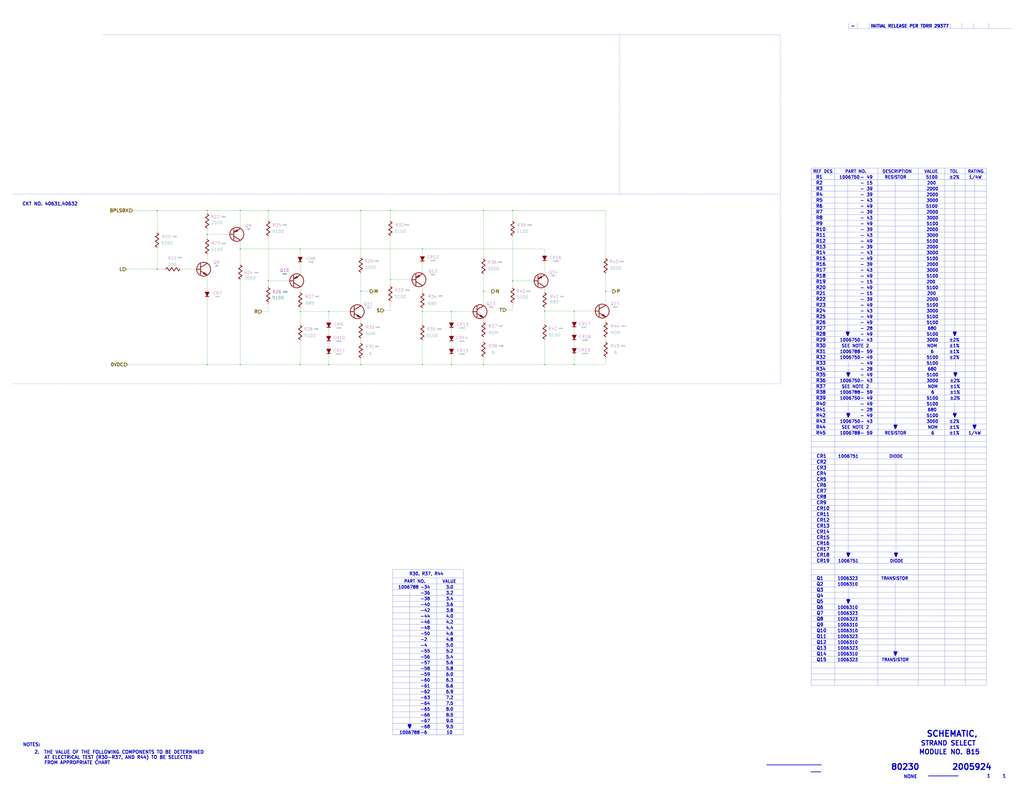
<source format=kicad_sch>
(kicad_sch (version 20211123) (generator eeschema)
  (paper "E")
  (junction (at 393.7 229.87))
  (junction (at 262.255 271.78))
  (junction (at 626.745 398.145))
  (junction (at 461.01 271.78))
  (junction (at 426.085 305.435))
  (junction (at 226.06 255.905))
  (junction (at 527.685 229.87))
  (junction (at 327.66 271.78))
  (junction (at 661.035 318.135))
  (junction (at 292.735 229.87))
  (junction (at 393.7 318.135))
  (junction (at 559.435 306.705))
  (junction (at 626.745 339.725))
  (junction (at 492.76 340.36))
  (junction (at 594.36 339.725))
  (junction (at 559.435 229.87))
  (junction (at 262.255 398.145))
  (junction (at 171.45 229.87))
  (junction (at 393.7 398.145))
  (junction (at 492.76 398.145))
  (junction (at 292.735 306.705))
  (junction (at 358.775 340.36))
  (junction (at 327.66 398.145))
  (junction (at 171.45 294.005))
  (junction (at 226.06 229.87))
  (junction (at 262.255 229.87))
  (junction (at 226.06 398.145))
  (junction (at 594.36 398.145))
  (junction (at 527.685 318.135))
  (junction (at 527.685 398.145))
  (junction (at 461.01 340.36))
  (junction (at 327.66 340.36))
  (junction (at 358.775 398.145))
  (junction (at 426.085 229.87))
  (junction (at 461.01 398.145))
  (polyline (pts (xy 1062.355 464.5152) (xy 1064.895 464.5152)) (stroke (width 1.524) (type solid)))
  (wire (pts (xy 292.735 306.705) (xy 316.23 306.705)))
  (wire (pts (xy 626.745 339.725) (xy 594.36 339.725)))
  (wire (pts (xy 492.76 360.045) (xy 492.76 364.49)))
  (wire (pts (xy 527.685 280.67) (xy 527.685 229.87)))
  (wire (pts (xy 492.76 398.145) (xy 527.685 398.145)))
  (polyline (pts (xy 428.625 631.19) (xy 505.46 631.19)) (stroke (width 0) (type solid)))
  (wire (pts (xy 527.685 398.145) (xy 527.685 391.795)))
  (wire (pts (xy 594.36 352.425) (xy 594.36 339.725)))
  (polyline (pts (xy 885.19 450.215) (xy 1076.325 450.215)) (stroke (width 0) (type solid)))
  (wire (pts (xy 552.45 338.455) (xy 559.435 338.455)))
  (wire (pts (xy 594.36 339.725) (xy 594.36 337.82)))
  (polyline (pts (xy 1002.03 748.665) (xy 1002.03 183.515)) (stroke (width 0) (type solid)))
  (wire (pts (xy 559.435 229.87) (xy 559.435 239.395)))
  (polyline (pts (xy 1062.5074 25.2984) (xy 1062.5074 31.0896)) (stroke (width 0) (type solid)))
  (polyline (pts (xy 925.83 607.3902) (xy 924.56 604.2152)) (stroke (width 1.524) (type solid)))
  (wire (pts (xy 461.01 311.785) (xy 461.01 318.135)))
  (polyline (pts (xy 1040.765 451.8152) (xy 1043.305 451.8152)) (stroke (width 1.524) (type solid)))
  (polyline (pts (xy 885.19 221.615) (xy 1076.325 221.615)) (stroke (width 0) (type solid)))
  (polyline (pts (xy 925.83 641.985) (xy 925.83 658.495)) (stroke (width 0) (type solid)))
  (polyline (pts (xy 925.195 366.0902) (xy 923.925 362.9152)) (stroke (width 1.524) (type solid)))
  (wire (pts (xy 171.45 272.415) (xy 171.45 294.005)))
  (polyline (pts (xy 428.625 643.89) (xy 505.46 643.89)) (stroke (width 0) (type solid)))
  (wire (pts (xy 393.7 229.87) (xy 426.085 229.87)))
  (polyline (pts (xy 1049.8328 25.2984) (xy 1049.8328 31.0896)) (stroke (width 0) (type solid)))
  (polyline (pts (xy 976.63 604.2152) (xy 979.17 604.2152)) (stroke (width 1.524) (type solid)))
  (wire (pts (xy 426.085 330.835) (xy 426.085 339.09)))
  (polyline (pts (xy 885.19 551.815) (xy 1076.325 551.815)) (stroke (width 0) (type solid)))
  (polyline (pts (xy 958.215 183.515) (xy 958.215 748.665)) (stroke (width 0) (type solid)))
  (wire (pts (xy 626.745 398.145) (xy 661.035 398.145)))
  (polyline (pts (xy 1040.765 362.9152) (xy 1043.305 362.9152)) (stroke (width 1.524) (type solid)))
  (polyline (pts (xy 1041.4 407.3652) (xy 1043.94 407.3652)) (stroke (width 1.524) (type solid)))
  (wire (pts (xy 262.255 398.145) (xy 327.66 398.145)))
  (polyline (pts (xy 428.625 688.34) (xy 505.46 688.34)) (stroke (width 0) (type solid)))
  (polyline (pts (xy 885.19 310.515) (xy 1076.325 310.515)) (stroke (width 0) (type solid)))
  (polyline (pts (xy 428.625 796.29) (xy 505.46 796.29)) (stroke (width 0) (type solid)))
  (wire (pts (xy 461.01 299.085) (xy 461.01 287.655)))
  (polyline (pts (xy 885.19 589.915) (xy 1076.325 589.915)) (stroke (width 0) (type solid)))
  (wire (pts (xy 626.745 377.825) (xy 626.745 373.38)))
  (polyline (pts (xy 428.625 694.69) (xy 505.46 694.69)) (stroke (width 0) (type solid)))
  (wire (pts (xy 262.255 398.145) (xy 262.255 307.34)))
  (wire (pts (xy 461.01 398.145) (xy 492.76 398.145)))
  (wire (pts (xy 559.435 306.705) (xy 559.435 312.42)))
  (wire (pts (xy 327.66 288.29) (xy 327.66 300.355)))
  (wire (pts (xy 226.06 251.46) (xy 226.06 255.905)))
  (polyline (pts (xy 885.19 259.715) (xy 1076.325 259.715)) (stroke (width 0) (type solid)))
  (wire (pts (xy 403.86 318.135) (xy 393.7 318.135)))
  (wire (pts (xy 661.035 280.035) (xy 661.035 229.87)))
  (polyline (pts (xy 927.1 451.8152) (xy 925.83 454.9902)) (stroke (width 1.524) (type solid)))
  (polyline (pts (xy 428.625 713.74) (xy 505.46 713.74)) (stroke (width 0) (type solid)))
  (polyline (pts (xy 885.19 628.015) (xy 1076.325 628.015)) (stroke (width 0) (type solid)))
  (polyline (pts (xy 885.19 304.165) (xy 1076.325 304.165)) (stroke (width 0) (type solid)))
  (polyline (pts (xy 885.19 608.965) (xy 1076.325 608.965)) (stroke (width 0) (type solid)))
  (wire (pts (xy 292.735 332.105) (xy 292.735 340.36)))
  (polyline (pts (xy 428.625 701.04) (xy 505.46 701.04)) (stroke (width 0) (type solid)))
  (wire (pts (xy 292.735 229.87) (xy 393.7 229.87)))
  (polyline (pts (xy 428.625 669.29) (xy 505.46 669.29)) (stroke (width 0) (type solid)))
  (wire (pts (xy 661.035 318.135) (xy 661.035 300.355)))
  (wire (pts (xy 327.66 398.145) (xy 358.775 398.145)))
  (polyline (pts (xy 885.19 520.065) (xy 1076.325 520.065)) (stroke (width 0) (type solid)))
  (polyline (pts (xy 851.535 38.1) (xy 851.535 419.1)))
  (polyline (pts (xy 885.19 475.615) (xy 1076.325 475.615)) (stroke (width 0) (type solid)))
  (polyline (pts (xy 428.625 802.64) (xy 505.46 802.64)) (stroke (width 0) (type solid)))
  (wire (pts (xy 527.685 334.01) (xy 527.685 318.135)))
  (wire (pts (xy 492.76 388.62) (xy 492.76 398.145)))
  (polyline (pts (xy 476.885 631.19) (xy 476.885 802.64)) (stroke (width 0) (type solid)))
  (polyline (pts (xy 885.19 183.515) (xy 1076.325 183.515)) (stroke (width 0) (type solid)))
  (polyline (pts (xy 885.19 183.515) (xy 885.19 748.665)) (stroke (width 0) (type solid)))
  (polyline (pts (xy 445.77 791.5402) (xy 448.31 791.5402)) (stroke (width 1.524) (type solid)))
  (wire (pts (xy 292.735 259.715) (xy 292.735 306.705)))
  (polyline (pts (xy 927.1 407.3652) (xy 925.83 410.5402)) (stroke (width 1.524) (type solid)))
  (wire (pts (xy 226.06 255.905) (xy 226.06 259.08)))
  (wire (pts (xy 461.01 271.78) (xy 594.36 271.78)))
  (polyline (pts (xy 885.19 659.765) (xy 1076.325 659.765)) (stroke (width 0) (type solid)))
  (wire (pts (xy 393.7 318.135) (xy 393.7 299.72)))
  (polyline (pts (xy 428.625 656.59) (xy 505.46 656.59)) (stroke (width 0) (type solid)))
  (wire (pts (xy 358.775 360.045) (xy 358.775 364.49)))
  (wire (pts (xy 419.1 339.09) (xy 426.085 339.09)))
  (polyline (pts (xy 885.19 615.315) (xy 1076.325 615.315)) (stroke (width 0) (type solid)))
  (polyline (pts (xy 885.19 697.865) (xy 1076.325 697.865)) (stroke (width 0) (type solid)))
  (polyline (pts (xy 885.19 374.015) (xy 1076.325 374.015)) (stroke (width 0) (type solid)))
  (polyline (pts (xy 885.19 272.415) (xy 1076.325 272.415)) (stroke (width 0) (type solid)))
  (polyline (pts (xy 925.83 658.1902) (xy 924.56 655.0152)) (stroke (width 1.524) (type solid)))
  (wire (pts (xy 559.435 332.74) (xy 559.435 338.455)))
  (polyline (pts (xy 885.19 742.315) (xy 1076.325 742.315)) (stroke (width 0) (type solid)))
  (polyline (pts (xy 885.19 501.015) (xy 1076.325 501.015)) (stroke (width 0) (type solid)))
  (polyline (pts (xy 885.19 367.665) (xy 1076.325 367.665)) (stroke (width 0) (type solid)))
  (polyline (pts (xy 885.19 507.365) (xy 1076.325 507.365)) (stroke (width 0) (type solid)))
  (wire (pts (xy 594.36 313.055) (xy 594.36 317.5)))
  (polyline (pts (xy 428.625 681.99) (xy 505.46 681.99)) (stroke (width 0) (type solid)))
  (wire (pts (xy 661.035 229.87) (xy 559.435 229.87)))
  (polyline (pts (xy 885.19 666.115) (xy 1076.325 666.115)) (stroke (width 0) (type solid)))
  (polyline (pts (xy 885.19 247.015) (xy 1076.325 247.015)) (stroke (width 0) (type solid)))
  (wire (pts (xy 527.685 349.885) (xy 527.685 346.71)))
  (wire (pts (xy 461.01 277.495) (xy 461.01 271.78)))
  (wire (pts (xy 144.78 229.87) (xy 171.45 229.87)))
  (polyline (pts (xy 885.19 380.365) (xy 1076.325 380.365)) (stroke (width 0) (type solid)))
  (wire (pts (xy 358.775 349.885) (xy 358.775 340.36)))
  (polyline (pts (xy 885.19 386.715) (xy 1076.325 386.715)) (stroke (width 0) (type solid)))
  (wire (pts (xy 461.01 340.36) (xy 461.01 338.455)))
  (wire (pts (xy 262.255 271.78) (xy 262.255 287.02)))
  (polyline (pts (xy 885.19 653.415) (xy 1076.325 653.415)) (stroke (width 0) (type solid)))
  (polyline (pts (xy 428.625 739.14) (xy 505.46 739.14)) (stroke (width 0) (type solid)))
  (wire (pts (xy 594.36 271.78) (xy 594.36 276.86)))
  (polyline (pts (xy 885.19 570.865) (xy 1076.325 570.865)) (stroke (width 0) (type solid)))
  (polyline (pts (xy 927.1 655.0152) (xy 925.83 658.1902)) (stroke (width 1.524) (type solid)))
  (polyline (pts (xy 978.535 712.1652) (xy 977.265 715.3402)) (stroke (width 1.524) (type solid)))
  (wire (pts (xy 358.775 388.62) (xy 358.775 398.145)))
  (wire (pts (xy 226.06 300.355) (xy 226.06 316.23)))
  (polyline (pts (xy 676.275 212.09) (xy 676.275 38.1)))
  (wire (pts (xy 393.7 393.065) (xy 393.7 398.145)))
  (wire (pts (xy 327.66 337.82) (xy 327.66 340.36)))
  (wire (pts (xy 527.685 318.135) (xy 527.685 300.99)))
  (polyline (pts (xy 112.395 38.1) (xy 851.535 38.1)))
  (polyline (pts (xy 885.19 577.215) (xy 1076.325 577.215)) (stroke (width 0) (type solid)))
  (polyline (pts (xy 926.1094 31.115) (xy 1104.9 31.115)) (stroke (width 0) (type solid)))
  (polyline (pts (xy 885.19 253.365) (xy 1076.325 253.365)) (stroke (width 0) (type solid)))
  (polyline (pts (xy 428.625 621.665) (xy 505.46 621.665)) (stroke (width 0) (type solid)))
  (polyline (pts (xy 885.19 716.915) (xy 1076.325 716.915)) (stroke (width 0) (type solid)))
  (polyline (pts (xy 926.465 362.9152) (xy 925.195 366.0902)) (stroke (width 1.524) (type solid)))
  (polyline (pts (xy 975.995 464.5152) (xy 978.535 464.5152)) (stroke (width 1.524) (type solid)))
  (polyline (pts (xy 885.19 596.265) (xy 1076.325 596.265)) (stroke (width 0) (type solid)))
  (polyline (pts (xy 885.19 462.915) (xy 1076.325 462.915)) (stroke (width 0) (type solid)))
  (polyline (pts (xy 428.625 662.94) (xy 505.46 662.94)) (stroke (width 0) (type solid)))
  (wire (pts (xy 626.745 349.25) (xy 626.745 339.725)))
  (polyline (pts (xy 925.83 454.9902) (xy 924.56 451.8152)) (stroke (width 1.524) (type solid)))
  (polyline (pts (xy 977.265 635.635) (xy 977.265 715.01)) (stroke (width 0) (type solid)))
  (polyline (pts (xy 885.19 424.815) (xy 1076.325 424.815)) (stroke (width 0) (type solid)))
  (polyline (pts (xy 885.19 361.315) (xy 1076.325 361.315)) (stroke (width 0) (type solid)))
  (polyline (pts (xy 925.83 607.695) (xy 925.83 502.92)) (stroke (width 0) (type solid)))
  (wire (pts (xy 327.66 340.36) (xy 327.66 353.06)))
  (polyline (pts (xy 1042.67 394.335) (xy 1042.67 410.21)) (stroke (width 0) (type solid)))
  (wire (pts (xy 292.735 306.705) (xy 292.735 311.785)))
  (polyline (pts (xy 885.19 513.715) (xy 1076.325 513.715)) (stroke (width 0) (type solid)))
  (wire (pts (xy 262.255 229.87) (xy 292.735 229.87)))
  (polyline (pts (xy 885.19 335.915) (xy 1076.325 335.915)) (stroke (width 0) (type solid)))
  (wire (pts (xy 461.01 373.38) (xy 461.01 398.145)))
  (polyline (pts (xy 885.19 196.215) (xy 1076.325 196.215)) (stroke (width 0) (type solid)))
  (polyline (pts (xy 925.195 197.485) (xy 925.195 366.395)) (stroke (width 0) (type solid)))
  (polyline (pts (xy 885.19 437.515) (xy 1076.325 437.515)) (stroke (width 0) (type solid)))
  (polyline (pts (xy 885.19 647.065) (xy 1076.325 647.065)) (stroke (width 0) (type solid)))
  (wire (pts (xy 661.035 398.145) (xy 661.035 391.795)))
  (wire (pts (xy 559.435 259.715) (xy 559.435 306.705)))
  (wire (pts (xy 461.01 353.06) (xy 461.01 340.36)))
  (polyline (pts (xy 925.83 455.295) (xy 925.83 438.785)) (stroke (width 0) (type solid)))
  (polyline (pts (xy 428.625 783.59) (xy 505.46 783.59)) (stroke (width 0) (type solid)))
  (polyline (pts (xy 1042.035 454.9902) (xy 1040.765 451.8152)) (stroke (width 1.524) (type solid)))
  (polyline (pts (xy 924.56 407.3652) (xy 927.1 407.3652)) (stroke (width 1.524) (type solid)))
  (polyline (pts (xy 1042.035 198.12) (xy 1042.035 365.76)) (stroke (width 0) (type solid)))
  (polyline (pts (xy 1043.305 451.8152) (xy 1042.035 454.9902)) (stroke (width 1.524) (type solid)))
  (wire (pts (xy 661.035 333.375) (xy 661.035 318.135)))
  (polyline (pts (xy 977.265 198.12) (xy 977.265 467.36)) (stroke (width 0) (type solid)))
  (polyline (pts (xy 885.19 202.565) (xy 1076.325 202.565)) (stroke (width 0) (type solid)))
  (polyline (pts (xy 885.19 583.565) (xy 1076.325 583.565)) (stroke (width 0) (type solid)))
  (wire (pts (xy 626.745 339.725) (xy 649.605 339.725)))
  (polyline (pts (xy 977.9 607.3902) (xy 976.63 604.2152)) (stroke (width 1.524) (type solid)))
  (polyline (pts (xy 885.19 323.215) (xy 1076.325 323.215)) (stroke (width 0) (type solid)))
  (polyline (pts (xy 925.83 394.97) (xy 925.83 410.845)) (stroke (width 0) (type solid)))
  (wire (pts (xy 393.7 279.4) (xy 393.7 229.87)))
  (polyline (pts (xy 428.625 675.64) (xy 505.46 675.64)) (stroke (width 0) (type solid)))
  (polyline (pts (xy 505.46 802.64) (xy 505.46 621.665)) (stroke (width 0) (type solid)))
  (polyline (pts (xy 428.625 751.84) (xy 505.46 751.84)) (stroke (width 0) (type solid)))
  (polyline (pts (xy 1078.992 25.2984) (xy 1078.992 31.0896)) (stroke (width 0) (type solid)))
  (polyline (pts (xy 885.19 285.115) (xy 1076.325 285.115)) (stroke (width 0) (type solid)))
  (polyline (pts (xy 428.625 770.89) (xy 505.46 770.89)) (stroke (width 0) (type solid)))
  (wire (pts (xy 171.45 294.005) (xy 137.795 294.005)))
  (polyline (pts (xy 428.625 650.24) (xy 505.46 650.24)) (stroke (width 0) (type solid)))
  (polyline (pts (xy 1043.305 362.9152) (xy 1042.035 366.0902)) (stroke (width 1.524) (type solid)))
  (polyline (pts (xy 885.19 412.115) (xy 1076.325 412.115)) (stroke (width 0) (type solid)))
  (wire (pts (xy 327.66 271.78) (xy 461.01 271.78)))
  (polyline (pts (xy 885.19 297.815) (xy 1076.325 297.815)) (stroke (width 0) (type solid)))
  (wire (pts (xy 426.085 229.87) (xy 527.685 229.87)))
  (wire (pts (xy 527.685 398.145) (xy 594.36 398.145)))
  (wire (pts (xy 171.45 229.87) (xy 171.45 252.095)))
  (wire (pts (xy 226.06 398.145) (xy 262.255 398.145)))
  (polyline (pts (xy 885.19 266.065) (xy 1076.325 266.065)) (stroke (width 0) (type solid)))
  (wire (pts (xy 327.66 313.055) (xy 327.66 317.5)))
  (polyline (pts (xy 885.19 393.065) (xy 1076.325 393.065)) (stroke (width 0) (type solid)))
  (polyline (pts (xy 885.19 227.965) (xy 1076.325 227.965)) (stroke (width 0) (type solid)))
  (wire (pts (xy 226.06 398.145) (xy 226.06 326.39)))
  (polyline (pts (xy 885.19 329.565) (xy 1076.325 329.565)) (stroke (width 0) (type solid)))
  (polyline (pts (xy 1043.94 407.3652) (xy 1042.67 410.5402)) (stroke (width 1.524) (type solid)))
  (wire (pts (xy 516.255 340.36) (xy 492.76 340.36)))
  (polyline (pts (xy 885.19 418.465) (xy 1076.325 418.465)) (stroke (width 0) (type solid)))
  (wire (pts (xy 393.7 398.145) (xy 461.01 398.145)))
  (polyline (pts (xy 447.04 795.02) (xy 447.04 645.795)) (stroke (width 0) (type solid)))
  (polyline (pts (xy 885.19 672.465) (xy 1076.325 672.465)) (stroke (width 0) (type solid)))
  (polyline (pts (xy 428.625 745.49) (xy 505.46 745.49)) (stroke (width 0) (type solid)))
  (polyline (pts (xy 428.625 720.09) (xy 505.46 720.09)) (stroke (width 0) (type solid)))
  (wire (pts (xy 393.7 334.01) (xy 393.7 318.135)))
  (wire (pts (xy 661.035 371.475) (xy 661.035 370.205)))
  (polyline (pts (xy 885.19 691.515) (xy 1076.325 691.515)) (stroke (width 0) (type solid)))
  (wire (pts (xy 492.76 374.65) (xy 492.76 378.46)))
  (polyline (pts (xy 1031.24 183.515) (xy 1031.24 748.665)) (stroke (width 0) (type solid)))
  (polyline (pts (xy 428.625 758.19) (xy 505.46 758.19)) (stroke (width 0) (type solid)))
  (wire (pts (xy 527.685 318.135) (xy 536.575 318.135)))
  (wire (pts (xy 250.825 255.905) (xy 226.06 255.905)))
  (wire (pts (xy 292.735 229.87) (xy 292.735 239.395)))
  (wire (pts (xy 594.36 300.355) (xy 594.36 287.02)))
  (polyline (pts (xy 924.56 451.8152) (xy 927.1 451.8152)) (stroke (width 1.524) (type solid)))
  (polyline (pts (xy 885.19 494.665) (xy 1076.325 494.665)) (stroke (width 0) (type solid)))
  (polyline (pts (xy 885.19 735.965) (xy 1076.325 735.965)) (stroke (width 0) (type solid)))
  (polyline (pts (xy 1042.67 410.5402) (xy 1041.4 407.3652)) (stroke (width 1.524) (type solid)))
  (polyline (pts (xy 1063.625 197.485) (xy 1063.625 467.36)) (stroke (width 0) (type solid)))
  (polyline (pts (xy 977.265 715.3402) (xy 975.995 712.1652)) (stroke (width 1.524) (type solid)))
  (polyline (pts (xy 851.535 419.1) (xy 13.335 419.1)))
  (wire (pts (xy 626.745 363.22) (xy 626.745 359.41)))
  (polyline (pts (xy 935.7106 25.2984) (xy 935.7106 31.0896)) (stroke (width 0) (type solid)))
  (polyline (pts (xy 1042.035 439.42) (xy 1042.035 454.66)) (stroke (width 0) (type solid)))
  (polyline (pts (xy 924.56 655.0152) (xy 927.1 655.0152)) (stroke (width 1.524) (type solid)))
  (wire (pts (xy 626.745 387.985) (xy 626.745 398.145)))
  (wire (pts (xy 527.685 229.87) (xy 559.435 229.87)))
  (polyline (pts (xy 885.19 729.615) (xy 1076.325 729.615)) (stroke (width 0) (type solid)))
  (polyline (pts (xy 885.19 354.965) (xy 1076.325 354.965)) (stroke (width 0) (type solid)))
  (polyline (pts (xy 924.56 604.2152) (xy 927.1 604.2152)) (stroke (width 1.524) (type solid)))
  (polyline (pts (xy 1042.035 366.0902) (xy 1040.765 362.9152)) (stroke (width 1.524) (type solid)))
  (wire (pts (xy 139.065 398.145) (xy 226.06 398.145)))
  (polyline (pts (xy 885.19 488.315) (xy 1076.325 488.315)) (stroke (width 0) (type solid)))
  (wire (pts (xy 594.36 398.145) (xy 594.36 372.745)))
  (polyline (pts (xy 885.19 278.765) (xy 1076.325 278.765)) (stroke (width 0) (type solid)))
  (polyline (pts (xy 885.19 208.915) (xy 1076.325 208.915)) (stroke (width 0) (type solid)))
  (polyline (pts (xy 448.31 791.5402) (xy 447.04 794.7152)) (stroke (width 1.524) (type solid)))
  (polyline (pts (xy 447.04 794.7152) (xy 445.77 791.5402)) (stroke (width 1.524) (type solid)))
  (polyline (pts (xy 428.625 726.44) (xy 505.46 726.44)) (stroke (width 0) (type solid)))
  (wire (pts (xy 393.7 371.475) (xy 393.7 372.745)))
  (wire (pts (xy 178.435 294.005) (xy 171.45 294.005)))
  (wire (pts (xy 358.775 398.145) (xy 393.7 398.145)))
  (wire (pts (xy 171.45 229.87) (xy 226.06 229.87)))
  (polyline (pts (xy 925.83 410.5402) (xy 924.56 407.3652)) (stroke (width 1.524) (type solid)))
  (polyline (pts (xy 975.995 712.1652) (xy 978.535 712.1652)) (stroke (width 1.524) (type solid)))
  (polyline (pts (xy 885.19 405.765) (xy 1076.325 405.765)) (stroke (width 0) (type solid)))
  (polyline (pts (xy 979.17 604.2152) (xy 977.9 607.3902)) (stroke (width 1.524) (type solid)))
  (polyline (pts (xy 885.19 469.265) (xy 1076.325 469.265)) (stroke (width 0) (type solid)))
  (polyline (pts (xy 1076.325 183.515) (xy 1076.325 748.665)) (stroke (width 0) (type solid)))
  (polyline (pts (xy 977.265 467.6902) (xy 975.995 464.5152)) (stroke (width 1.524) (type solid)))
  (wire (pts (xy 426.085 229.87) (xy 426.085 239.395)))
  (polyline (pts (xy 885.19 316.865) (xy 1076.325 316.865)) (stroke (width 0) (type solid)))
  (polyline (pts (xy 885.19 189.865) (xy 1076.325 189.865)) (stroke (width 0) (type solid)))
  (polyline (pts (xy 1053.465 748.665) (xy 1053.465 183.515)) (stroke (width 0) (type solid)))
  (wire (pts (xy 492.76 340.36) (xy 461.01 340.36)))
  (polyline (pts (xy 885.19 348.615) (xy 1076.325 348.615)) (stroke (width 0) (type solid)))
  (polyline (pts (xy 428.625 789.94) (xy 505.46 789.94)) (stroke (width 0) (type solid)))
  (polyline (pts (xy 885.19 240.665) (xy 1076.325 240.665)) (stroke (width 0) (type solid)))
  (polyline (pts (xy 1037.1074 25.2984) (xy 1037.1074 31.0896)) (stroke (width 0) (type solid)))
  (polyline (pts (xy 885.19 399.415) (xy 1076.325 399.415)) (stroke (width 0) (type solid)))
  (wire (pts (xy 382.27 340.36) (xy 358.775 340.36)))
  (wire (pts (xy 262.255 271.78) (xy 327.66 271.78)))
  (polyline (pts (xy 885.19 678.815) (xy 1076.325 678.815)) (stroke (width 0) (type solid)))
  (polyline (pts (xy 428.625 764.54) (xy 505.46 764.54)) (stroke (width 0) (type solid)))
  (polyline (pts (xy 927.1 604.2152) (xy 925.83 607.3902)) (stroke (width 1.524) (type solid)))
  (polyline (pts (xy 885.19 539.115) (xy 1076.325 539.115)) (stroke (width 0) (type solid)))
  (polyline (pts (xy 885.19 215.265) (xy 1076.325 215.265)) (stroke (width 0) (type solid)))
  (polyline (pts (xy 428.625 637.54) (xy 505.46 637.54)) (stroke (width 0) (type solid)))
  (polyline (pts (xy 885.19 342.265) (xy 1076.325 342.265)) (stroke (width 0) (type solid)))
  (polyline (pts (xy 885.19 481.965) (xy 1076.325 481.965)) (stroke (width 0) (type solid)))
  (polyline (pts (xy 428.625 707.39) (xy 505.46 707.39)) (stroke (width 0) (type solid)))
  (polyline (pts (xy 885.19 532.765) (xy 1076.325 532.765)) (stroke (width 0) (type solid)))
  (polyline (pts (xy 885.19 456.565) (xy 1076.325 456.565)) (stroke (width 0) (type solid)))
  (wire (pts (xy 226.06 279.4) (xy 226.06 287.655)))
  (polyline (pts (xy 885.19 685.165) (xy 1076.325 685.165)) (stroke (width 0) (type solid)))
  (polyline (pts (xy 885.19 431.165) (xy 1076.325 431.165)) (stroke (width 0) (type solid)))
  (polyline (pts (xy 885.19 443.865) (xy 1076.325 443.865)) (stroke (width 0) (type solid)))
  (wire (pts (xy 327.66 373.38) (xy 327.66 398.145)))
  (wire (pts (xy 198.755 294.005) (xy 214.63 294.005)))
  (wire (pts (xy 285.75 340.36) (xy 292.735 340.36)))
  (polyline (pts (xy 13.335 212.09) (xy 851.535 212.09)))
  (polyline (pts (xy 977.9 502.92) (xy 977.9 607.06)) (stroke (width 0) (type solid)))
  (wire (pts (xy 393.7 351.155) (xy 393.7 346.71)))
  (polyline (pts (xy 885.19 634.365) (xy 1076.325 634.365)) (stroke (width 0) (type solid)))
  (polyline (pts (xy 885.19 291.465) (xy 1076.325 291.465)) (stroke (width 0) (type solid)))
  (polyline (pts (xy 923.925 362.9152) (xy 926.465 362.9152)) (stroke (width 1.524) (type solid)))
  (wire (pts (xy 226.06 229.87) (xy 262.255 229.87)))
  (wire (pts (xy 262.255 229.87) (xy 262.255 249.555)))
  (polyline (pts (xy 885.19 723.265) (xy 1076.325 723.265)) (stroke (width 0) (type solid)))
  (polyline (pts (xy 885.19 564.515) (xy 1076.325 564.515)) (stroke (width 0) (type solid)))
  (polyline (pts (xy 885.19 748.665) (xy 1076.325 748.665)) (stroke (width 0) (type solid)))
  (polyline (pts (xy 885.19 558.165) (xy 1076.325 558.165)) (stroke (width 0) (type solid)))
  (polyline (pts (xy 926.1094 25.2984) (xy 926.1094 31.0896)) (stroke (width 0) (type solid)))
  (wire (pts (xy 426.085 305.435) (xy 426.085 310.515)))
  (polyline (pts (xy 885.19 621.665) (xy 1076.325 621.665)) (stroke (width 0) (type solid)))
  (wire (pts (xy 262.255 262.255) (xy 262.255 271.78)))
  (wire (pts (xy 594.36 398.145) (xy 626.745 398.145)))
  (wire (pts (xy 668.655 318.135) (xy 661.035 318.135)))
  (polyline (pts (xy 428.625 621.665) (xy 428.625 802.64)) (stroke (width 0) (type solid)))
  (polyline (pts (xy 428.625 777.24) (xy 505.46 777.24)) (stroke (width 0) (type solid)))
  (polyline (pts (xy 885.19 710.565) (xy 1076.325 710.565)) (stroke (width 0) (type solid)))
  (polyline (pts (xy 1064.895 464.5152) (xy 1063.625 467.6902)) (stroke (width 1.524) (type solid)))
  (wire (pts (xy 358.775 340.36) (xy 327.66 340.36)))
  (wire (pts (xy 426.085 259.715) (xy 426.085 305.435)))
  (wire (pts (xy 226.06 231.14) (xy 226.06 229.87)))
  (polyline (pts (xy 885.19 545.465) (xy 1076.325 545.465)) (stroke (width 0) (type solid)))
  (polyline (pts (xy 885.19 526.415) (xy 1076.325 526.415)) (stroke (width 0) (type solid)))
  (polyline (pts (xy 885.19 234.315) (xy 1076.325 234.315)) (stroke (width 0) (type solid)))
  (wire (pts (xy 582.93 306.705) (xy 559.435 306.705)))
  (wire (pts (xy 327.66 278.13) (xy 327.66 271.78)))
  (wire (pts (xy 661.035 349.885) (xy 661.035 346.075)))
  (polyline (pts (xy 948.69 25.2984) (xy 948.69 31.0896)) (stroke (width 0) (type solid)))
  (wire (pts (xy 358.775 374.65) (xy 358.775 378.46)))
  (polyline (pts (xy 885.19 640.715) (xy 1076.325 640.715)) (stroke (width 0) (type solid)))
  (polyline (pts (xy 1063.625 467.6902) (xy 1062.355 464.5152)) (stroke (width 1.524) (type solid)))
  (polyline (pts (xy 885.19 704.215) (xy 1076.325 704.215)) (stroke (width 0) (type solid)))
  (polyline (pts (xy 428.625 732.79) (xy 505.46 732.79)) (stroke (width 0) (type solid)))
  (polyline (pts (xy 911.225 748.665) (xy 911.225 183.515)) (stroke (width 0) (type solid)))
  (wire (pts (xy 527.685 370.205) (xy 527.685 371.475)))
  (polyline (pts (xy 885.19 602.615) (xy 1076.325 602.615)) (stroke (width 0) (type solid)))
  (wire (pts (xy 449.58 305.435) (xy 426.085 305.435)))
  (wire (pts (xy 492.76 349.885) (xy 492.76 340.36)))
  (polyline (pts (xy 978.535 464.5152) (xy 977.265 467.6902)) (stroke (width 1.524) (type solid)))
  (text "2000" (at 1010.92 252.73 0) (effects (font (size 3.302 3.302) (thickness 0.6604) bold) (justify left bottom)))
  (text "R15" (at 890.27 284.48 0) (effects (font (size 3.556 3.556) (thickness 0.7112) bold) (justify left bottom)))
  (text "-" (at 938.53 240.03 0) (effects (font (size 3.302 3.302) (thickness 0.6604) bold) (justify left bottom)))
  (text "-34" (at 458.47 643.255 0) (effects (font (size 3.302 3.302) (thickness 0.6604) bold) (justify left bottom)))
  (text "1006788" (at 434.34 643.255 0) (effects (font (size 3.302 3.302) (thickness 0.6604) bold) (justify left bottom)))
  (text "Q14" (at 890.905 716.28 0) (effects (font (size 3.556 3.556) (thickness 0.7112) bold) (justify left bottom)))
  (text "-" (at 938.53 246.38 0) (effects (font (size 3.302 3.302) (thickness 0.6604) bold) (justify left bottom)))
  (text "7.5" (at 486.41 770.255 0) (effects (font (size 3.302 3.302) (thickness 0.6604) bold) (justify left bottom)))
  (text "1006750" (at 916.305 392.43 0) (effects (font (size 3.302 3.302) (thickness 0.6604) bold) (justify left bottom)))
  (text "TRANSISTOR" (at 962.025 722.63 0) (effects (font (size 3.302 3.302) (thickness 0.6604) bold) (justify left bottom)))
  (text "R12" (at 890.27 265.43 0) (effects (font (size 3.556 3.556) (thickness 0.7112) bold) (justify left bottom)))
  (text "43" (at 945.515 417.83 0) (effects (font (size 3.302 3.302) (thickness 0.6604) bold) (justify left bottom)))
  (text "R25" (at 890.27 347.98 0) (effects (font (size 3.556 3.556) (thickness 0.7112) bold) (justify left bottom)))
  (text "R28" (at 890.27 367.03 0) (effects (font (size 3.556 3.556) (thickness 0.7112) bold) (justify left bottom)))
  (text "R18" (at 890.27 303.53 0) (effects (font (size 3.556 3.556) (thickness 0.7112) bold) (justify left bottom)))
  (text "5100" (at 1010.92 367.03 0) (effects (font (size 3.302 3.302) (thickness 0.6604) bold) (justify left bottom)))
  (text "R36" (at 890.27 417.83 0) (effects (font (size 3.556 3.556) (thickness 0.7112) bold) (justify left bottom)))
  (text "680" (at 1012.19 449.58 0) (effects (font (size 3.302 3.302) (thickness 0.6604) bold) (justify left bottom)))
  (text "-" (at 938.53 214.63 0) (effects (font (size 3.302 3.302) (thickness 0.6604) bold) (justify left bottom)))
  (text "MODULE NO. B15" (at 1002.665 824.23 0) (effects (font (size 5.08 5.08) (thickness 1.016) bold) (justify left bottom)))
  (text "-" (at 938.53 195.58 0) (effects (font (size 3.302 3.302) (thickness 0.6604) bold) (justify left bottom)))
  (text "39" (at 945.515 233.68 0) (effects (font (size 3.302 3.302) (thickness 0.6604) bold) (justify left bottom)))
  (text "Q2" (at 890.905 640.08 0) (effects (font (size 3.556 3.556) (thickness 0.7112) bold) (justify left bottom)))
  (text "R7" (at 890.27 233.68 0) (effects (font (size 3.556 3.556) (thickness 0.7112) bold) (justify left bottom)))
  (text "-55" (at 458.47 713.105 0) (effects (font (size 3.302 3.302) (thickness 0.6604) bold) (justify left bottom)))
  (text "RESISTOR" (at 965.2 474.98 0) (effects (font (size 3.302 3.302) (thickness 0.6604) bold) (justify left bottom)))
  (text "6.6" (at 486.41 751.205 0) (effects (font (size 3.302 3.302) (thickness 0.6604) bold) (justify left bottom)))
  (text "15" (at 945.515 309.88 0) (effects (font (size 3.302 3.302) (thickness 0.6604) bold) (justify left bottom)))
  (text "-" (at 938.53 360.68 0) (effects (font (size 3.302 3.302) (thickness 0.6604) bold) (justify left bottom)))
  (text "R26" (at 890.27 354.33 0) (effects (font (size 3.556 3.556) (thickness 0.7112) bold) (justify left bottom)))
  (text "R39" (at 890.27 436.88 0) (effects (font (size 3.556 3.556) (thickness 0.7112) bold) (justify left bottom)))
  (text "1006323" (at 913.765 697.23 0) (effects (font (size 3.302 3.302) (thickness 0.6604) bold) (justify left bottom)))
  (text "R29" (at 890.27 373.38 0) (effects (font (size 3.556 3.556) (thickness 0.7112) bold) (justify left bottom)))
  (text "R44" (at 890.27 468.63 0) (effects (font (size 3.556 3.556) (thickness 0.7112) bold) (justify left bottom)))
  (text "R38" (at 890.27 430.53 0) (effects (font (size 3.556 3.556) (thickness 0.7112) bold) (justify left bottom)))
  (text "DIODE" (at 970.28 500.38 0) (effects (font (size 3.302 3.302) (thickness 0.6604) bold) (justify left bottom)))
  (text "-50" (at 458.47 694.055 0) (effects (font (size 3.302 3.302) (thickness 0.6604) bold) (justify left bottom)))
  (text "±1%" (at 1035.685 386.08 0) (effects (font (size 3.302 3.302) (thickness 0.6604) bold) (justify left bottom)))
  (text "5100" (at 1010.92 335.28 0) (effects (font (size 3.302 3.302) (thickness 0.6604) bold) (justify left bottom)))
  (text "CR2" (at 890.905 506.73 0) (effects (font (size 3.556 3.556) (thickness 0.7112) bold) (justify left bottom)))
  (text "49" (at 945.515 411.48 0) (effects (font (size 3.302 3.302) (thickness 0.6604) bold) (justify left bottom)))
  (text "43" (at 945.515 297.18 0) (effects (font (size 3.302 3.302) (thickness 0.6604) bold) (justify left bottom)))
  (text "±1%" (at 1035.685 474.98 0) (effects (font (size 3.302 3.302) (thickness 0.6604) bold) (justify left bottom)))
  (text "49" (at 945.515 227.33 0) (effects (font (size 3.302 3.302) (thickness 0.6604) bold) (justify left bottom)))
  (text "59" (at 945.515 386.08 0) (effects (font (size 3.302 3.302) (thickness 0.6604) bold) (justify left bottom)))
  (text "5100" (at 1010.92 316.23 0) (effects (font (size 3.302 3.302) (thickness 0.6604) bold) (justify left bottom)))
  (text "CR19" (at 890.905 614.68 0) (effects (font (size 3.556 3.556) (thickness 0.7112) bold) (justify left bottom)))
  (text "Q9" (at 890.905 684.53 0) (effects (font (size 3.556 3.556) (thickness 0.7112) bold) (justify left bottom)))
  (text "5.8" (at 486.41 732.155 0) (effects (font (size 3.302 3.302) (thickness 0.6604) bold) (justify left bottom)))
  (text "5.0" (at 486.41 706.755 0) (effects (font (size 3.302 3.302) (thickness 0.6604) bold) (justify left bottom)))
  (text "±2%" (at 1035.685 195.58 0) (effects (font (size 3.302 3.302) (thickness 0.6604) bold) (justify left bottom)))
  (text "1006323" (at 913.765 671.83 0) (effects (font (size 3.302 3.302) (thickness 0.6604) bold) (justify left bottom)))
  (text "1006310" (at 913.765 716.28 0) (effects (font (size 3.302 3.302) (thickness 0.6604) bold) (justify left bottom)))
  (text "-60" (at 458.47 744.855 0) (effects (font (size 3.302 3.302) (thickness 0.6604) bold) (justify left bottom)))
  (text "±1%" (at 1035.685 468.63 0) (effects (font (size 3.302 3.302) (thickness 0.6604) bold) (justify left bottom)))
  (text "4.0" (at 486.41 675.005 0) (effects (font (size 3.302 3.302) (thickness 0.6604) bold) (justify left bottom)))
  (text "-" (at 938.53 252.73 0) (effects (font (size 3.302 3.302) (thickness 0.6604) bold) (justify left bottom)))
  (text "39" (at 945.515 328.93 0) (effects (font (size 3.302 3.302) (thickness 0.6604) bold) (justify left bottom)))
  (text "±1%" (at 1036.32 424.18 0) (effects (font (size 3.302 3.302) (thickness 0.6604) bold) (justify left bottom)))
  (text "R19" (at 890.27 309.88 0) (effects (font (size 3.556 3.556) (thickness 0.7112) bold) (justify left bottom)))
  (text "R11" (at 890.27 259.08 0) (effects (font (size 3.556 3.556) (thickness 0.7112) bold) (justify left bottom)))
  (text "-38" (at 458.47 655.955 0) (effects (font (size 3.302 3.302) (thickness 0.6604) bold) (justify left bottom)))
  (text "1006323" (at 913.765 709.93 0) (effects (font (size 3.302 3.302) (thickness 0.6604) bold) (justify left bottom)))
  (text "-44" (at 458.47 675.005 0) (effects (font (size 3.302 3.302) (thickness 0.6604) bold) (justify left bottom)))
  (text "-" (at 938.53 227.33 0) (effects (font (size 3.302 3.302) (thickness 0.6604) bold) (justify left bottom)))
  (text "-" (at 938.53 265.43 0) (effects (font (size 3.302 3.302) (thickness 0.6604) bold) (justify left bottom)))
  (text "5100" (at 1010.285 227.33 0) (effects (font (size 3.302 3.302) (thickness 0.6604) bold) (justify left bottom)))
  (text "2000" (at 1010.92 233.68 0) (effects (font (size 3.302 3.302) (thickness 0.6604) bold) (justify left bottom)))
  (text "43" (at 945.515 373.38 0) (effects (font (size 3.302 3.302) (thickness 0.6604) bold) (justify left bottom)))
  (text "R2" (at 890.27 201.93 0) (effects (font (size 3.556 3.556) (thickness 0.7112) bold) (justify left bottom)))
  (text "PART NO." (at 922.02 189.23 0) (effects (font (size 3.302 3.302) (thickness 0.6604) bold) (justify left bottom)))
  (text "5100" (at 1010.92 354.33 0) (effects (font (size 3.302 3.302) (thickness 0.6604) bold) (justify left bottom)))
  (text "28" (at 945.515 360.68 0) (effects (font (size 3.302 3.302) (thickness 0.6604) bold) (justify left bottom)))
  (text "49" (at 945.515 436.88 0) (effects (font (size 3.302 3.302) (thickness 0.6604) bold) (justify left bottom)))
  (text "1006788" (at 916.305 386.08 0) (effects (font (size 3.302 3.302) (thickness 0.6604) bold) (justify left bottom)))
  (text "-" (at 938.53 449.58 0) (effects (font (size 3.302 3.302) (thickness 0.6604) bold) (justify left bottom)))
  (text "5100" (at 1010.92 443.23 0) (effects (font (size 3.302 3.302) (thickness 0.6604) bold) (justify left bottom)))
  (text "6.0" (at 486.41 738.505 0) (effects (font (size 3.302 3.302) (thickness 0.6604) bold) (justify left bottom)))
  (text "5100" (at 1010.92 303.53 0) (effects (font (size 3.302 3.302) (thickness 0.6604) bold) (justify left bottom)))
  (text "R23" (at 890.27 335.28 0) (effects (font (size 3.556 3.556) (thickness 0.7112) bold) (justify left bottom)))
  (text "4.4" (at 486.41 687.705 0) (effects (font (size 3.302 3.302) (thickness 0.6604) bold) (justify left bottom)))
  (text "1006310" (at 913.765 684.53 0) (effects (font (size 3.302 3.302) (thickness 0.6604) bold) (justify left bottom)))
  (text "CR18" (at 890.905 608.33 0) (effects (font (size 3.556 3.556) (thickness 0.7112) bold) (justify left bottom)))
  (text "CR17" (at 890.905 601.98 0) (effects (font (size 3.556 3.556) (thickness 0.7112) bold) (justify left bottom)))
  (text "39" (at 945.515 271.78 0) (effects (font (size 3.302 3.302) (thickness 0.6604) bold) (justify left bottom)))
  (text "3.2" (at 486.41 649.605 0) (effects (font (size 3.302 3.302) (thickness 0.6604) bold) (justify left bottom)))
  (text "5100" (at 1010.92 436.88 0) (effects (font (size 3.302 3.302) (thickness 0.6604) bold) (justify left bottom)))
  (text "R20" (at 890.27 316.23 0) (effects (font (size 3.556 3.556) (thickness 0.7112) bold) (justify left bottom)))
  (text "4.2" (at 486.41 681.355 0) (effects (font (size 3.302 3.302) (thickness 0.6604) bold) (justify left bottom)))
  (text "-" (at 938.53 386.08 0) (effects (font (size 3.302 3.302) (thickness 0.6604) bold) (justify left bottom)))
  (text "5100" (at 1010.92 246.38 0) (effects (font (size 3.302 3.302) (thickness 0.6604) bold) (justify left bottom)))
  (text "R32" (at 890.27 392.43 0) (effects (font (size 3.556 3.556) (thickness 0.7112) bold) (justify left bottom)))
  (text "-58" (at 458.47 732.155 0) (effects (font (size 3.302 3.302) (thickness 0.6604) bold) (justify left bottom)))
  (text "-6" (at 458.47 802.005 0) (effects (font (size 3.302 3.302) (thickness 0.6604) bold) (justify left bottom)))
  (text "49" (at 945.515 265.43 0) (effects (font (size 3.302 3.302) (thickness 0.6604) bold) (justify left bottom)))
  (text "49" (at 945.515 367.03 0) (effects (font (size 3.302 3.302) (thickness 0.6604) bold) (justify left bottom)))
  (text "3000" (at 1010.92 259.08 0) (effects (font (size 3.302 3.302) (thickness 0.6604) bold) (justify left bottom)))
  (text "1006323" (at 913.765 722.63 0) (effects (font (size 3.302 3.302) (thickness 0.6604) bold) (justify left bottom)))
  (text "1006788" (at 916.305 474.98 0) (effects (font (size 3.302 3.302) (thickness 0.6604) bold) (justify left bottom)))
  (text "1006751" (at 914.4 614.68 0) (effects (font (size 3.302 3.302) (thickness 0.6604) bold) (justify left bottom)))
  (text "10" (at 487.045 802.005 0) (effects (font (size 3.302 3.302) (thickness 0.6604) bold) (justify left bottom)))
  (text "3000" (at 1010.92 297.18 0) (effects (font (size 3.302 3.302) (thickness 0.6604) bold) (justify left bottom)))
  (text "5.4" (at 486.41 719.455 0) (effects (font (size 3.302 3.302) (thickness 0.6604) bold) (justify left bottom)))
  (text "R4" (at 890.27 214.63 0) (effects (font (size 3.556 3.556) (thickness 0.7112) bold) (justify left bottom)))
  (text "Q3" (at 890.905 646.43 0) (effects (font (size 3.556 3.556) (thickness 0.7112) bold) (justify left bottom)))
  (text "-" (at 938.53 436.88 0) (effects (font (size 3.302 3.302) (thickness 0.6604) bold) (justify left bottom)))
  (text "CR5" (at 890.905 525.78 0) (effects (font (size 3.556 3.556) (thickness 0.7112) bold) (justify left bottom)))
  (text "-" (at 938.53 309.88 0) (effects (font (size 3.302 3.302) (thickness 0.6604) bold) (justify left bottom)))
  (text "R27" (at 890.27 360.68 0) (effects (font (size 3.556 3.556) (thickness 0.7112) bold) (justify left bottom)))
  (text "-" (at 938.53 278.13 0) (effects (font (size 3.302 3.302) (thickness 0.6604) bold) (justify left bottom)))
  (text "-" (at 938.53 271.78 0) (effects (font (size 3.302 3.302) (thickness 0.6604) bold) (justify left bottom)))
  (text "2000" (at 1010.92 328.93 0) (effects (font (size 3.302 3.302) (thickness 0.6604) bold) (justify left bottom)))
  (text "CR7" (at 890.905 538.48 0) (effects (font (size 3.556 3.556) (thickness 0.7112) bold) (justify left bottom)))
  (text "±2%" (at 1035.685 392.43 0) (effects (font (size 3.302 3.302) (thickness 0.6604) bold) (justify left bottom)))
  (text "200" (at 1010.92 309.88 0) (effects (font (size 3.302 3.302) (thickness 0.6604) bold) (justify left bottom)))
  (text "-" (at 938.53 392.43 0) (effects (font (size 3.302 3.302) (thickness 0.6604) bold) (justify left bottom)))
  (text "15" (at 945.515 322.58 0) (effects (font (size 3.302 3.302) (thickness 0.6604) bold) (justify left bottom)))
  (text "R5" (at 890.27 220.98 0) (effects (font (size 3.556 3.556) (thickness 0.7112) bold) (justify left bottom)))
  (text "R33" (at 890.27 398.78 0) (effects (font (size 3.556 3.556) (thickness 0.7112) bold) (justify left bottom)))
  (text "R21" (at 890.27 322.58 0) (effects (font (size 3.556 3.556) (thickness 0.7112) bold) (justify left bottom)))
  (text "______________________" (at 836.295 835.66 0) (effects (font (size 3.556 3.556) (thickness 0.7112) bold) (justify left bottom)))
  (text "-" (at 938.53 373.38 0) (effects (font (size 3.302 3.302) (thickness 0.6604) bold) (justify left bottom)))
  (text "8.5" (at 486.41 782.955 0) (effects (font (size 3.302 3.302) (thickness 0.6604) bold) (justify left bottom)))
  (text "3.4" (at 486.41 655.955 0) (effects (font (size 3.302 3.302) (thickness 0.6604) bold) (justify left bottom)))
  (text "R8" (at 890.27 240.03 0) (effects (font (size 3.556 3.556) (thickness 0.7112) bold) (justify left bottom)))
  (text "R45" (at 890.27 474.98 0) (effects (font (size 3.556 3.556) (thickness 0.7112) bold) (justify left bottom)))
  (text "49" (at 945.515 335.28 0) (effects (font (size 3.302 3.302) (thickness 0.6604) bold) (justify left bottom)))
  (text "R6" (at 890.27 227.33 0) (effects (font (size 3.556 3.556) (thickness 0.7112) bold) (justify left bottom)))
  (text "28" (at 945.515 449.58 0) (effects (font (size 3.302 3.302) (thickness 0.6604) bold) (justify left bottom)))
  (text "-       INITIAL RELEASE PER TDRR 29377" (at 928.37 30.48 0) (effects (font (size 3.302 3.302) (thickness 0.6604) bold) (justify left bottom)))
  (text "43" (at 945.515 278.13 0) (effects (font (size 3.302 3.302) (thickness 0.6604) bold) (justify left bottom)))
  (text "R13" (at 890.27 271.78 0) (effects (font (size 3.556 3.556) (thickness 0.7112) bold) (justify left bottom)))
  (text "STRAND SELECT" (at 1004.57 814.705 0) (effects (font (size 5.08 5.08) (thickness 1.016) bold) (justify left bottom)))
  (text "6" (at 1016 430.53 0) (effects (font (size 3.302 3.302) (thickness 0.6604) bold) (justify left bottom)))
  (text "2000" (at 1010.92 208.28 0) (effects (font (size 3.302 3.302) (thickness 0.6604) bold) (justify left bottom)))
  (text "Q12" (at 890.905 703.58 0) (effects (font (size 3.556 3.556) (thickness 0.7112) bold) (justify left bottom)))
  (text "-68" (at 458.47 795.655 0) (effects (font (size 3.302 3.302) (thickness 0.6604) bold) (justify left bottom)))
  (text "CR12" (at 890.905 570.23 0) (effects (font (size 3.556 3.556) (thickness 0.7112) bold) (justify left bottom)))
  (text "-       INITIAL RELEASE PER TDRR 29377" (at 928.37 30.48 0) (effects (font (size 3.302 3.302) (thickness 0.6604) bold) (justify left bottom)))
  (text "NOM" (at 1012.19 468.63 0) (effects (font (size 3.302 3.302) (thickness 0.6604) bold) (justify left bottom)))
  (text "R9" (at 890.27 246.38 0) (effects (font (size 3.556 3.556) (thickness 0.7112) bold) (justify left bottom)))
  (text "49" (at 945.515 195.58 0) (effects (font (size 3.302 3.302) (thickness 0.6604) bold) (justify left bottom)))
  (text "CR4" (at 890.905 519.43 0) (effects (font (size 3.556 3.556) (thickness 0.7112) bold) (justify left bottom)))
  (text "±2%" (at 1036.32 417.83 0) (effects (font (size 3.302 3.302) (thickness 0.6604) bold) (justify left bottom)))
  (text "49" (at 945.515 392.43 0) (effects (font (size 3.302 3.302) (thickness 0.6604) bold) (justify left bottom)))
  (text "Q7" (at 890.905 671.83 0) (effects (font (size 3.556 3.556) (thickness 0.7112) bold) (justify left bottom)))
  (text "R17" (at 890.27 297.18 0) (effects (font (size 3.556 3.556) (thickness 0.7112) bold) (justify left bottom)))
  (text "49" (at 945.515 246.38 0) (effects (font (size 3.302 3.302) (thickness 0.6604) bold) (justify left bottom)))
  (text "-" (at 938.53 233.68 0) (effects (font (size 3.302 3.302) (thickness 0.6604) bold) (justify left bottom)))
  (text "-" (at 938.53 462.28 0) (effects (font (size 3.302 3.302) (thickness 0.6604) bold) (justify left bottom)))
  (text "-64" (at 458.47 770.255 0) (effects (font (size 3.302 3.302) (thickness 0.6604) bold) (justify left bottom)))
  (text "-57" (at 458.47 725.805 0) (effects (font (size 3.302 3.302) (thickness 0.6604) bold) (justify left bottom)))
  (text "R40" (at 890.27 443.23 0) (effects (font (size 3.556 3.556) (thickness 0.7112) bold) (justify left bottom)))
  (text "NOM" (at 1011.555 379.73 0) (effects (font (size 3.302 3.302) (thickness 0.6604) bold) (justify left bottom)))
  (text "5.2" (at 486.41 713.105 0) (effects (font (size 3.302 3.302) (thickness 0.6604) bold) (justify left bottom)))
  (text "Q15" (at 890.905 722.63 0) (effects (font (size 3.556 3.556) (thickness 0.7112) bold) (justify left bottom)))
  (text "-" (at 938.53 455.93 0) (effects (font (size 3.302 3.302) (thickness 0.6604) bold) (justify left bottom)))
  (text "5100" (at 1010.92 411.48 0) (effects (font (size 3.302 3.302) (thickness 0.6604) bold) (justify left bottom)))
  (text "SEE NOTE 2" (at 918.21 379.73 0) (effects (font (size 3.302 3.302) (thickness 0.6604) bold) (justify left bottom)))
  (text "1006323" (at 913.765 678.18 0) (effects (font (size 3.302 3.302) (thickness 0.6604) bold) (justify left bottom)))
  (text "-" (at 938.53 347.98 0) (effects (font (size 3.302 3.302) (thickness 0.6604) bold) (justify left bottom)))
  (text "1/4W" (at 1057.275 195.58 0) (effects (font (size 3.302 3.302) (thickness 0.6604) bold) (justify left bottom)))
  (text "4.8" (at 486.41 700.405 0) (effects (font (size 3.302 3.302) (thickness 0.6604) bold) (justify left bottom)))
  (text "TRANSISTOR" (at 961.39 633.73 0) (effects (font (size 3.302 3.302) (thickness 0.6604) bold) (justify left bottom)))
  (text "±1%" (at 1036.32 430.53 0) (effects (font (size 3.302 3.302) (thickness 0.6604) bold) (justify left bottom)))
  (text "RESISTOR" (at 965.2 195.58 0) (effects (font (size 3.302 3.302) (thickness 0.6604) bold) (justify left bottom)))
  (text "8.0" (at 486.41 776.605 0) (effects (font (size 3.302 3.302) (thickness 0.6604) bold) (justify left bottom)))
  (text "CR15" (at 890.905 589.28 0) (effects (font (size 3.556 3.556) (thickness 0.7112) bold) (justify left bottom)))
  (text "49" (at 945.515 347.98 0) (effects (font (size 3.302 3.302) (thickness 0.6604) bold) (justify left bottom)))
  (text "1     1" (at 1076.96 849.63 0) (effects (font (size 3.556 3.556) (thickness 0.7112) bold) (justify left bottom)))
  (text "-" (at 938.53 201.93 0) (effects (font (size 3.302 3.302) (thickness 0.6604) bold) (justify left bottom)))
  (text "3.6" (at 486.41 662.305 0) (effects (font (size 3.302 3.302) (thickness 0.6604) bold) (justify left bottom)))
  (text "-59" (at 458.47 738.505 0) (effects (font (size 3.302 3.302) (thickness 0.6604) bold) (justify left bottom)))
  (text "CR9" (at 890.905 551.18 0) (effects (font (size 3.556 3.556) (thickness 0.7112) bold) (justify left bottom)))
  (text "CR11" (at 890.905 563.88 0) (effects (font (size 3.556 3.556) (thickness 0.7112) bold) (justify left bottom)))
  (text "43" (at 945.515 259.08 0) (effects (font (size 3.302 3.302) (thickness 0.6604) bold) (justify left bottom)))
  (text "Q10" (at 890.905 690.88 0) (effects (font (size 3.556 3.556) (thickness 0.7112) bold) (justify left bottom)))
  (text "R3" (at 890.27 208.28 0) (effects (font (size 3.556 3.556) (thickness 0.7112) bold) (justify left bottom)))
  (text "-" (at 938.53 328.93 0) (effects (font (size 3.302 3.302) (thickness 0.6604) bold) (justify left bottom)))
  (text "-48" (at 458.47 687.705 0) (effects (font (size 3.302 3.302) (thickness 0.6604) bold) (justify left bottom)))
  (text "R24" (at 890.27 341.63 0) (effects (font (size 3.556 3.556) (thickness 0.7112) bold) (justify left bottom)))
  (text "3000" (at 1010.92 462.28 0) (effects (font (size 3.302 3.302) (thickness 0.6604) bold) (justify left bottom)))
  (text "-" (at 938.53 297.18 0) (effects (font (size 3.302 3.302) (thickness 0.6604) bold) (justify left bottom)))
  (text "NONE" (at 986.0026 850.2396 0) (effects (font (size 3.556 3.556) (thickness 0.7112) bold) (justify left bottom)))
  (text "43" (at 945.515 462.28 0) (effects (font (size 3.302 3.302) (thickness 0.6604) bold) (justify left bottom)))
  (text "-66" (at 458.47 782.955 0) (effects (font (size 3.302 3.302) (thickness 0.6604) bold) (justify left bottom)))
  (text "Q8" (at 890.905 678.18 0) (effects (font (size 3.556 3.556) (thickness 0.7112) bold) (justify left bottom)))
  (text "3000" (at 1010.92 341.63 0) (effects (font (size 3.302 3.302) (thickness 0.6604) bold) (justify left bottom)))
  (text "SEE NOTE 2" (at 918.21 424.18 0) (effects (font (size 3.302 3.302) (thickness 0.6604) bold) (justify left bottom)))
  (text "43" (at 945.515 240.03 0) (effects (font (size 3.302 3.302) (thickness 0.6604) bold) (justify left bottom)))
  (text "-" (at 938.53 341.63 0) (effects (font (size 3.302 3.302) (thickness 0.6604) bold) (justify left bottom)))
  (text "-" (at 938.53 259.08 0) (effects (font (size 3.302 3.302) (thickness 0.6604) bold) (justify left bottom)))
  (text "1006310" (at 913.765 690.88 0) (effects (font (size 3.302 3.302) (thickness 0.6604) bold) (justify left bottom)))
  (text "680" (at 1012.19 405.13 0) (effects (font (size 3.302 3.302) (thickness 0.6604) bold) (justify left bottom)))
  (text "1006750" (at 916.305 417.83 0) (effects (font (size 3.302 3.302) (thickness 0.6604) bold) (justify left bottom)))
  (text "5100" (at 1010.92 347.98 0) (effects (font (size 3.302 3.302) (thickness 0.6604) bold) (justify left bottom)))
  (text "R10" (at 890.27 252.73 0) (effects (font (size 3.556 3.556) (thickness 0.7112) bold) (justify left bottom)))
  (text "2.  THE VALUE OF THE FOLLOWING COMPONENTS TO BE DETERMINED\n    AT ELECTRICAL TEST (R30-R37, AND R44) TO BE SELECTED\n    FROM APPROPRIATE CHART" (at 37.2364 834.9996 0) (effects (font (size 3.556 3.556) (thickness 0.7112) bold) (justify left bottom)))
  (text "-36" (at 458.47 649.605 0) (effects (font (size 3.302 3.302) (thickness 0.6604) bold) (justify left bottom)))
  (text "49" (at 945.515 455.93 0) (effects (font (size 3.302 3.302) (thickness 0.6604) bold) (justify left bottom)))
  (text "43" (at 945.515 341.63 0) (effects (font (size 3.302 3.302) (thickness 0.6604) bold) (justify left bottom)))
  (text "3000" (at 1010.92 278.13 0) (effects (font (size 3.302 3.302) (thickness 0.6604) bold) (justify left bottom)))
  (text "1006788" (at 916.305 430.53 0) (effects (font (size 3.302 3.302) (thickness 0.6604) bold) (justify left bottom)))
  (text "4.6" (at 486.41 694.055 0) (effects (font (size 3.302 3.302) (thickness 0.6604) bold) (justify left bottom)))
  (text "CR1" (at 890.905 500.38 0) (effects (font (size 3.556 3.556) (thickness 0.7112) bold) (justify left bottom)))
  (text "7.2" (at 486.41 763.905 0) (effects (font (size 3.302 3.302) (thickness 0.6604) bold) (justify left bottom)))
  (text "R14" (at 890.27 278.13 0) (effects (font (size 3.556 3.556) (thickness 0.7112) bold) (justify left bottom)))
  (text "43" (at 945.515 220.98 0) (effects (font (size 3.302 3.302) (thickness 0.6604) bold) (justify left bottom)))
  (text "28" (at 945.515 405.13 0) (effects (font (size 3.302 3.302) (thickness 0.6604) bold) (justify left bottom)))
  (text "2000" (at 1010.92 214.63 0) (effects (font (size 3.302 3.302) (thickness 0.6604) bold) (justify left bottom)))
  (text "-" (at 938.53 335.28 0) (effects (font (size 3.302 3.302) (thickness 0.6604) bold) (justify left bottom)))
  (text "2000" (at 1010.92 271.78 0) (effects (font (size 3.302 3.302) (thickness 0.6604) bold) (justify left bottom)))
  (text "____" (at 884.555 843.28 0) (effects (font (size 3.556 3.556) (thickness 0.7112) bold) (justify left bottom)))
  (text "-40" (at 458.47 662.305 0) (effects (font (size 3.302 3.302) (thickness 0.6604) bold) (justify left bottom)))
  (text "1/4W" (at 1056.64 474.98 0) (effects (font (size 3.302 3.302) (thickness 0.6604) bold) (justify left bottom)))
  (text "49" (at 945.515 354.33 0) (effects (font (size 3.302 3.302) (thickness 0.6604) bold) (justify left bottom)))
  (text "200" (at 1011.555 201.93 0) (effects (font (size 3.302 3.302) (thickness 0.6604) bold) (justify left bottom)))
  (text "1006310" (at 913.765 703.58 0) (effects (font (size 3.302 3.302) (thickness 0.6604) bold) (justify left bottom)))
  (text "-65" (at 458.47 776.605 0) (effects (font (size 3.302 3.302) (thickness 0.6604) bold) (justify left bottom)))
  (text "-" (at 938.53 284.48 0) (effects (font (size 3.302 3.302) (thickness 0.6604) bold) (justify left bottom)))
  (text "-" (at 938.53 316.23 0) (effects (font (size 3.302 3.302) (thickness 0.6604) bold) (justify left bottom)))
  (text "3000" (at 1010.92 417.83 0) (effects (font (size 3.302 3.302) (thickness 0.6604) bold) (justify left bottom)))
  (text "1006310" (at 913.765 640.08 0) (effects (font (size 3.302 3.302) (thickness 0.6604) bold) (justify left bottom)))
  (text "49" (at 945.515 284.48 0) (effects (font (size 3.302 3.302) (thickness 0.6604) bold) (justify left bottom)))
  (text "-" (at 938.53 367.03 0) (effects (font (size 3.302 3.302) (thickness 0.6604) bold) (justify left bottom)))
  (text "-42" (at 458.47 668.655 0) (effects (font (size 3.302 3.302) (thickness 0.6604) bold) (justify left bottom)))
  (text "SEE NOTE 2" (at 918.21 468.63 0) (effects (font (size 3.302 3.302) (thickness 0.6604) bold) (justify left bottom)))
  (text "6.3" (at 486.41 744.855 0) (effects (font (size 3.302 3.302) (thickness 0.6604) bold) (justify left bottom)))
  (text "3.0" (at 486.41 643.255 0) (effects (font (size 3.302 3.302) (thickness 0.6604) bold) (justify left bottom)))
  (text "Q6" (at 890.905 665.48 0) (effects (font (size 3.556 3.556) (thickness 0.7112) bold) (justify left bottom)))
  (text "-" (at 938.53 354.33 0) (effects (font (size 3.302 3.302) (thickness 0.6604) bold) (justify left bottom)))
  (text "CR14" (at 890.905 582.93 0) (effects (font (size 3.556 3.556) (thickness 0.7112) bold) (justify left bottom)))
  (text "Q4" (at 890.905 652.78 0) (effects (font (size 3.556 3.556) (thickness 0.7112) bold) (justify left bottom)))
  (text "PART NO." (at 440.69 636.905 0) (effects (font (size 3.302 3.302) (thickness 0.6604) bold) (justify left bottom)))
  (text "49" (at 945.515 316.23 0) (effects (font (size 3.302 3.302) (thickness 0.6604) bold) (justify left bottom)))
  (text "R31" (at 890.27 386.08 0) (effects (font (size 3.556 3.556) (thickness 0.7112) bold) (justify left bottom)))
  (text "±2%" (at 1035.685 373.38 0) (effects (font (size 3.302 3.302) (thickness 0.6604) bold) (justify left bottom)))
  (text "-" (at 938.53 474.98 0) (effects (font (size 3.302 3.302) (thickness 0.6604) bold) (justify left bottom)))
  (text "TOL" (at 1036.32 189.23 0) (effects (font (size 3.302 3.302) (thickness 0.6604) bold) (justify left bottom)))
  (text "-2" (at 458.47 700.405 0) (effects (font (size 3.302 3.302) (thickness 0.6604) bold) (justify left bottom)))
  (text "CR13" (at 890.905 576.58 0) (effects (font (size 3.556 3.556) (thickness 0.7112) bold) (justify left bottom)))
  (text "-" (at 938.53 411.48 0) (effects (font (size 3.302 3.302) (thickness 0.6604) bold) (justify left bottom)))
  (text "R42" (at 890.27 455.93 0) (effects (font (size 3.556 3.556) (thickness 0.7112) bold) (justify left bottom)))
  (text "1006310" (at 913.765 665.48 0) (effects (font (size 3.302 3.302) (thickness 0.6604) bold) (justify left bottom)))
  (text "-" (at 938.53 290.83 0) (effects (font (size 3.302 3.302) (thickness 0.6604) bold) (justify left bottom)))
  (text "R30" (at 890.27 379.73 0) (effects (font (size 3.556 3.556) (thickness 0.7112) bold) (justify left bottom)))
  (text "59" (at 945.515 430.53 0) (effects (font (size 3.302 3.302) (thickness 0.6604) bold) (justify left bottom)))
  (text "9.5" (at 486.41 795.655 0) (effects (font (size 3.302 3.302) (thickness 0.6604) bold) (justify left bottom)))
  (text "RATING" (at 1056.005 189.23 0) (effects (font (size 3.302 3.302) (thickness 0.6604) bold) (justify left bottom)))
  (text "3.8" (at 486.41 668.655 0) (effects (font (size 3.302 3.302) (thickness 0.6604) bold) (justify left bottom)))
  (text "R16" (at 890.27 290.83 0) (effects (font (size 3.556 3.556) (thickness 0.7112) bold) (justify left bottom)))
  (text "R34" (at 890.27 405.13 0) (effects (font (size 3.556 3.556) (thickness 0.7112) bold) (justify left bottom)))
  (text "5100" (at 1010.92 284.48 0) (effects (font (size 3.302 3.302) (thickness 0.6604) bold) (justify left bottom)))
  (text "-" (at 938.53 405.13 0) (effects (font (size 3.302 3.302) (thickness 0.6604) bold) (justify left bottom)))
  (text "R41" (at 890.27 449.58 0) (effects (font (size 3.556 3.556) (thickness 0.7112) bold) (justify left bottom)))
  (text "±1%" (at 1035.685 379.73 0) (effects (font (size 3.302 3.302) (thickness 0.6604) bold) (justify left bottom)))
  (text "6.9" (at 486.41 757.555 0) (effects (font (size 3.302 3.302) (thickness 0.6604) bold) (justify left bottom)))
  (text "-4" (at 458.47 706.755 0) (effects (font (size 3.302 3.302) (thickness 0.6604) bold) (justify left bottom)))
  (text "±2%" (at 1035.685 462.28 0) (effects (font (size 3.302 3.302) (thickness 0.6604) bold) (justify left bottom)))
  (text "VALUE" (at 482.6 636.905 0) (effects (font (size 3.302 3.302) (thickness 0.6604) bold) (justify left bottom)))
  (text "15" (at 945.515 201.93 0) (effects (font (size 3.302 3.302) (thickness 0.6604) bold) (justify left bottom)))
  (text "59" (at 945.515 474.98 0) (effects (font (size 3.302 3.302) (thickness 0.6604) bold) (justify left bottom)))
  (text "39" (at 945.515 252.73 0) (effects (font (size 3.302 3.302) (thickness 0.6604) bold) (justify left bottom)))
  (text "-46" (at 458.47 681.355 0) (effects (font (size 3.302 3.302) (thickness 0.6604) bold) (justify left bottom)))
  (text "Q5" (at 890.905 659.13 0) (effects (font (size 3.556 3.556) (thickness 0.7112) bold) (justify left bottom)))
  (text "1006751" (at 914.4 500.38 0) (effects (font (size 3.302 3.302) (thickness 0.6604) bold) (justify left bottom)))
  (text "5100" (at 1010.92 392.43 0) (effects (font (size 3.302 3.302) (thickness 0.6604) bold) (justify left bottom)))
  (text "VALUE" (at 1008.38 189.23 0) (effects (font (size 3.302 3.302) (thickness 0.6604) bold) (justify left bottom)))
  (text "R37" (at 890.27 424.18 0) (effects (font (size 3.556 3.556) (thickness 0.7112) bold) (justify left bottom)))
  (text "-" (at 938.53 398.78 0) (effects (font (size 3.302 3.302) (thickness 0.6604) bold) (justify left bottom)))
  (text "6" (at 1015.365 386.08 0) (effects (font (size 3.302 3.302) (thickness 0.6604) bold) (justify left bottom)))
  (text "-61" (at 458.47 751.205 0) (effects (font (size 3.302 3.302) (thickness 0.6604) bold) (justify left bottom)))
  (text "5100" (at 1010.92 455.93 0) (effects (font (size 3.302 3.302) (thickness 0.6604) bold) (justify left bottom)))
  (text "2000" (at 1010.92 290.83 0) (effects (font (size 3.302 3.302) (thickness 0.6604) bold) (justify left bottom)))
  (text "____________" (at 1012.825 847.725 0) (effects (font (size 3.556 3.556) (thickness 0.7112) bold) (justify left bottom)))
  (text "Q13" (at 890.905 709.93 0) (effects (font (size 3.556 3.556) (thickness 0.7112) bold) (justify left bottom)))
  (text "-" (at 938.53 303.53 0) (effects (font (size 3.302 3.302) (thickness 0.6604) bold) (justify left bottom)))
  (text "SCHEMATIC," (at 1010.92 805.18 0) (effects (font (size 6.35 6.35) (thickness 1.27) bold) (justify left bottom)))
  (text "3000" (at 1010.92 373.38 0) (effects (font (size 3.302 3.302) (thickness 0.6604) bold) (justify left bottom)))
  (text "CKT NO. 40631,40632" (at 24.13 224.79 0) (effects (font (size 3.556 3.556) (thickness 0.7112) bold) (justify left bottom)))
  (text "-63" (at 458.47 763.905 0) (effects (font (size 3.302 3.302) (thickness 0.6604) bold) (justify left bottom)))
  (text "CR10" (at 890.905 557.53 0) (effects (font (size 3.556 3.556) (thickness 0.7112) bold) (justify left bottom)))
  (text "CR8" (at 890.905 544.83 0) (effects (font (size 3.556 3.556) (thickness 0.7112) bold) (justify left bottom)))
  (text "Q11" (at 890.905 697.23 0) (effects (font (size 3.556 3.556) (thickness 0.7112) bold) (justify left bottom)))
  (text "1006323" (at 913.765 633.73 0) (effects (font (size 3.302 3.302) (thickness 0.6604) bold) (justify left bottom)))
  (text "680" (at 1012.19 360.68 0) (effects (font (size 3.302 3.302) (thickness 0.6604) bold) (justify left bottom)))
  (text "3000" (at 1010.92 220.98 0) (effects (font (size 3.302 3.302) (thickness 0.6604) bold) (justify left bottom)))
  (text "DIODE" (at 970.915 614.68 0) (effects (font (size 3.302 3.302) (thickness 0.6604) bold) (justify left bottom)))
  (text "CR6" (at 890.905 532.13 0) (effects (font (size 3.556 3.556) (thickness 0.7112) bold) (justify left bottom)))
  (text "CR3" (at 890.905 513.08 0) (effects (font (size 3.556 3.556) (thickness 0.7112) bold) (justify left bottom)))
  (text "-" (at 938.53 208.28 0) (effects (font (size 3.302 3.302) (thickness 0.6604) bold) (justify left bottom)))
  (text "NOM" (at 1012.19 424.18 0) (effects (font (size 3.302 3.302) (thickness 0.6604) bold) (justify left bottom)))
  (text "49" (at 945.515 443.23 0) (effects (font (size 3.302 3.302) (thickness 0.6604) bold) (justify left bottom)))
  (text "NOTES:" (at 24.765 815.34 0) (effects (font (size 3.556 3.556) (thickness 0.7112) bold) (justify left bottom)))
  (text "39" (at 945.515 208.28 0) (effects (font (size 3.302 3.302) (thickness 0.6604) bold) (justify left bottom)))
  (text "-56" (at 458.47 719.455 0) (effects (font (size 3.302 3.302) (thickness 0.6604) bold) (justify left bottom)))
  (text "R30, R37, R44" (at 446.405 628.65 0) (effects (font (size 3.302 3.302) (thickness 0.6604) bold) (justify left bottom)))
  (text "39" (at 945.515 214.63 0) (effects (font (size 3.302 3.302) (thickness 0.6604) bold) (justify left bottom)))
  (text "49" (at 945.515 398.78 0) (effects (font (size 3.302 3.302) (thickness 0.6604) bold) (justify left bottom)))
  (text "5.6" (at 486.41 725.805 0) (effects (font (size 3.302 3.302) (thickness 0.6604) bold) (justify left bottom)))
  (text "1006750" (at 916.305 436.88 0) (effects (font (size 3.302 3.302) (thickness 0.6604) bold) (justify left bottom)))
  (text "-" (at 938.53 417.83 0) (effects (font (size 3.302 3.302) (thickness 0.6604) bold) (justify left bottom)))
  (text "R22" (at 890.27 328.93 0) (effects (font (size 3.556 3.556) (thickness 0.7112) bold) (justify left bottom)))
  (text "CR16" (at 890.905 595.63 0) (effects (font (size 3.556 3.556) (thickness 0.7112) bold) (justify left bottom)))
  (text "Q1" (at 890.905 633.73 0) (effects (font (size 3.556 3.556) (thickness 0.7112) bold) (justify left bottom)))
  (text "5100" (at 1010.285 195.58 0) (effects (font (size 3.302 3.302) (thickness 0.6604) bold) (justify left bottom)))
  (text "-" (at 938.53 430.53 0) (effects (font (size 3.302 3.302) (thickness 0.6604) bold) (justify left bottom)))
  (text "5100" (at 1010.92 265.43 0) (effects (font (size 3.302 3.302) (thickness 0.6604) bold) (justify left bottom)))
  (text "9.0" (at 486.41 789.305 0) (effects (font (size 3.302 3.302) (thickness 0.6604) bold) (justify left bottom)))
  (text "±2%" (at 1036.32 436.88 0) (effects (font (size 3.302 3.302) (thickness 0.6604) bold) (justify left bottom)))
  (text "1006750" (at 916.305 373.38 0) (effects (font (size 3.302 3.302) (thickness 0.6604) bold) (justify left bottom)))
  (text "1006788" (at 435.61 802.005 0) (effects (font (size 3.302 3.302) (thickness 0.6604) bold) (justify left bottom)))
  (text "200" (at 1011.555 322.58 0) (effects (font (size 3.302 3.302) (thickness 0.6604) bold) (justify left bottom)))
  (text "1006750" (at 915.67 195.58 0) (effects (font (size 3.302 3.302) (thickness 0.6604) bold) (justify left bottom)))
  (text "DESCRIPTION" (at 962.66 189.23 0) (effects (font (size 3.302 3.302) (thickness 0.6604) bold) (justify left bottom)))
  (text "49" (at 945.515 303.53 0) (effects (font (size 3.302 3.302) (thickness 0.6604) bold) (justify left bottom)))
  (text "-" (at 938.53 443.23 0) (effects (font (size 3.302 3.302) (thickness 0.6604) bold) (justify left bottom)))
  (text "-67" (at 458.47 789.305 0) (effects (font (size 3.302 3.302) (thickness 0.6604) bold) (justify left bottom)))
  (text "1006750" (at 916.305 462.28 0) (effects (font (size 3.302 3.302) (thickness 0.6604) bold) (justify left bottom)))
  (text "-" (at 938.53 220.98 0) (effects (font (size 3.302 3.302) (thickness 0.6604) bold) (justify left bottom)))
  (text "R35" (at 890.27 411.48 0) (effects (font (size 3.556 3.556) (thickness 0.7112) bold) (justify left bottom)))
  (text "3000" (at 1010.92 240.03 0) (effects (font (size 3.302 3.302) (thickness 0.6604) bold) (justify left bottom)))
  (text "5100" (at 1010.92 398.78 0) (effects (font (size 3.302 3.302) (thickness 0.6604) bold) (justify left bottom)))
  (text "R43" (at 890.27 462.28 0) (effects (font (size 3.556 3.556) (thickness 0.7112) bold) (justify left bottom)))
  (text "-62" (at 458.47 757.555 0) (effects (font (size 3.302 3.302) (thickness 0.6604) bold) (justify left bottom)))
  (text "2005924" (at 1038.7076 841.3496 0) (effects (font (size 6.35 6.35) (thickness 1.27) bold) (justify left bottom)))
  (text "R1" (at 890.27 195.58 0) (effects (font (size 3.556 3.556) (thickness 0.7112) bold) (justify left bottom)))
  (text "-" (at 938.53 322.58 0) (effects (font (size 3.302 3.302) (thickness 0.6604) bold) (justify left bottom)))
  (text "39" (at 945.515 290.83 0) (effects (font (size 3.302 3.302) (thickness 0.6604) bold) (justify left bottom)))
  (text "REF DES" (at 887.095 189.23 0) (effects (font (size 3.302 3.302) (thickness 0.6604) bold) (justify left bottom)))
  (text "6" (at 1016 474.98 0) (effects (font (size 3.302 3.302) (thickness 0.6604) bold) (justify left bottom)))
  (text "80230" (at 972.0326 841.3496 0) (effects (font (size 6.35 6.35) (thickness 1.27) bold) (justify left bottom)))
  (hierarchical_label "R" (shape input) (at 285.75 340.36 180) (effects (font (size 3.556 3.556) (thickness 0.7112) bold)))
  (hierarchical_label "0VDC" (shape input) (at 139.065 398.145 180) (effects (font (size 3.556 3.556) (thickness 0.7112) bold)))
  (hierarchical_label "N" (shape output) (at 536.575 318.135 0) (effects (font (size 3.556 3.556) (thickness 0.7112) bold)))
  (hierarchical_label "T" (shape input) (at 552.45 338.455 180) (effects (font (size 3.556 3.556) (thickness 0.7112) bold)))
  (hierarchical_label "BPLSBX" (shape input) (at 144.78 229.87 180) (effects (font (size 3.556 3.556) (thickness 0.7112) bold)))
  (hierarchical_label "P" (shape output) (at 668.655 318.135 0) (effects (font (size 3.556 3.556) (thickness 0.7112) bold)))
  (hierarchical_label "L" (shape input) (at 137.795 294.005 180) (effects (font (size 3.556 3.556) (thickness 0.7112) bold)))
  (hierarchical_label "M" (shape output) (at 403.86 318.135 0) (effects (font (size 3.556 3.556) (thickness 0.7112) bold)))
  (hierarchical_label "S" (shape input) (at 419.1 339.09 180) (effects (font (size 3.556 3.556) (thickness 0.7112) bold)))
  (symbol (lib_id "AGC_DSKY:Resistor") (at 171.45 262.255 90) (mirror x)
    (property "Reference" "1R20" (at 190.5 258.445 90))
    (property "Value" "5100" (at 182.245 265.43 90) (effects (font (size 3.302 3.302))))
    (property "OREFD" "R20" (at 181.61 258.445 90) (effects (font (size 3.302 3.302))))
  )
  (symbol (lib_id "AGC_DSKY:Resistor") (at 188.595 294.005 0) (mirror y)
    (property "Reference" "1R21" (at 196.215 281.305 0))
    (property "Value" "200" (at 187.96 288.925 0) (effects (font (size 3.302 3.302))))
    (property "OREFD" "R21" (at 187.96 281.94 0) (effects (font (size 3.302 3.302))))
  )
  (symbol (lib_id "AGC_DSKY:Transistor-NPN") (at 222.25 294.005 0)
    (property "Reference" "1Q8" (at 236.22 290.195 0))
    (property "Value" "Transistor-NPN" (effects hide))
    (property "OREFD" "Q8" (at 236.22 286.385 0) (effects (font (size 3.302 3.302))))
  )
  (symbol (lib_id "AGC_DSKY:Diode") (at 226.06 321.31 90)
    (property "Reference" "1CR7" (at 237.49 323.85 90))
    (property "Value" "Diode" (effects hide))
    (property "OREFD" "CR7" (at 237.49 320.04 90) (effects (font (size 3.302 3.302))))
  )
  (symbol (lib_id "AGC_DSKY:Resistor") (at 226.06 241.3 90) (mirror x)
    (property "Reference" "1R22" (at 243.84 236.855 90))
    (property "Value" "2000" (at 236.855 243.205 90) (effects (font (size 3.302 3.302))))
    (property "OREFD" "R22" (at 234.95 236.855 90) (effects (font (size 3.302 3.302))))
  )
  (symbol (lib_id "AGC_DSKY:Transistor-PNP") (at 258.445 255.905 0)
    (property "Reference" "1Q9" (at 271.145 250.19 0))
    (property "Value" "Transistor-PNP" (effects hide))
    (property "OREFD" "Q9" (at 271.145 246.38 0) (effects (font (size 3.302 3.302))))
  )
  (symbol (lib_id "AGC_DSKY:Resistor") (at 262.255 297.18 90) (mirror x)
    (property "Reference" "1R24" (at 280.035 297.815 90))
    (property "Value" "3000" (at 273.05 303.53 90) (effects (font (size 3.302 3.302))))
    (property "OREFD" "R24" (at 271.145 297.815 90) (effects (font (size 3.302 3.302))))
  )
  (symbol (lib_id "AGC_DSKY:Transistor-PNP") (at 323.85 306.705 0)
    (property "Reference" "1Q10" (at 310.515 299.085 0))
    (property "Value" "Transistor-PNP" (effects hide))
    (property "OREFD" "Q10" (at 310.515 295.275 0) (effects (font (size 3.302 3.302))))
  )
  (symbol (lib_id "AGC_DSKY:Resistor") (at 292.735 249.555 90) (mirror x)
    (property "Reference" "1R25" (at 310.515 245.745 90))
    (property "Value" "5100" (at 303.53 252.73 90) (effects (font (size 3.302 3.302))))
    (property "OREFD" "R25" (at 302.26 245.745 90) (effects (font (size 3.302 3.302))))
  )
  (symbol (lib_id "AGC_DSKY:Diode") (at 327.66 283.21 90)
    (property "Reference" "1CR8" (at 339.09 286.385 90))
    (property "Value" "Diode" (effects hide))
    (property "OREFD" "CR8" (at 339.09 282.575 90) (effects (font (size 3.302 3.302))))
  )
  (symbol (lib_id "AGC_DSKY:Resistor") (at 426.085 249.555 90) (mirror x)
    (property "Reference" "1R32" (at 443.865 245.745 90))
    (property "Value" "5100" (at 436.88 252.73 90) (effects (font (size 3.302 3.302))))
    (property "OREFD" "R32" (at 436.245 245.745 90) (effects (font (size 3.302 3.302))))
  )
  (symbol (lib_id "AGC_DSKY:Resistor") (at 426.085 320.675 90) (mirror x)
    (property "Reference" "1R33" (at 444.5 316.865 90))
    (property "Value" "5100" (at 436.88 323.85 90) (effects (font (size 3.302 3.302))))
    (property "OREFD" "R33" (at 435.61 316.865 90) (effects (font (size 3.302 3.302))))
  )
  (symbol (lib_id "AGC_DSKY:Resistor") (at 559.435 249.555 90) (mirror x)
    (property "Reference" "1R39" (at 577.85 245.745 90))
    (property "Value" "5100" (at 570.23 252.73 90) (effects (font (size 3.302 3.302))))
    (property "OREFD" "R39" (at 568.96 245.745 90) (effects (font (size 3.302 3.302))))
  )
  (symbol (lib_id "AGC_DSKY:Transistor-PNP") (at 590.55 306.705 0)
    (property "Reference" "1Q14" (at 603.885 300.99 0))
    (property "Value" "Transistor-PNP" (effects hide))
    (property "OREFD" "Q14" (at 603.885 297.18 0) (effects (font (size 3.302 3.302))))
  )
  (symbol (lib_id "AGC_DSKY:Diode") (at 594.36 281.94 90)
    (property "Reference" "1CR16" (at 606.425 285.115 90))
    (property "Value" "Diode" (effects hide))
    (property "OREFD" "CR16" (at 606.425 281.305 90) (effects (font (size 3.302 3.302))))
  )
  (symbol (lib_id "AGC_DSKY:Resistor") (at 559.435 322.58 90) (mirror x)
    (property "Reference" "1R40" (at 576.58 318.135 90))
    (property "Value" "5100" (at 570.23 324.485 90) (effects (font (size 3.302 3.302))))
    (property "OREFD" "R40" (at 568.325 318.135 90) (effects (font (size 3.302 3.302))))
  )
  (symbol (lib_id "AGC_DSKY:Resistor") (at 594.36 327.66 90) (mirror x)
    (property "Reference" "1R41" (at 613.41 323.85 90))
    (property "Value" "680" (at 605.155 329.565 90) (effects (font (size 3.302 3.302))))
    (property "OREFD" "R41" (at 605.155 323.85 90) (effects (font (size 3.302 3.302))))
  )
  (symbol (lib_id "AGC_DSKY:Resistor") (at 226.06 269.24 90) (mirror x)
    (property "Reference" "1R23" (at 243.84 266.065 90))
    (property "Value" "5100" (at 236.855 272.415 90) (effects (font (size 3.302 3.302))))
    (property "OREFD" "R23" (at 235.585 265.43 90) (effects (font (size 3.302 3.302))))
  )
  (symbol (lib_id "AGC_DSKY:Resistor") (at 292.735 321.945 90) (mirror x)
    (property "Reference" "1R26" (at 311.15 318.77 90))
    (property "Value" "5100" (at 303.53 325.12 90) (effects (font (size 3.302 3.302))))
    (property "OREFD" "R26" (at 302.26 318.77 90) (effects (font (size 3.302 3.302))))
  )
  (symbol (lib_id "AGC_DSKY:Resistor") (at 327.66 363.22 90) (mirror x)
    (property "Reference" "1R28" (at 344.805 359.41 90))
    (property "Value" "5100" (at 338.455 366.395 90) (effects (font (size 3.302 3.302))))
    (property "OREFD" "R28" (at 336.55 359.41 90) (effects (font (size 3.302 3.302))))
  )
  (symbol (lib_id "AGC_DSKY:Resistor") (at 461.01 363.22 90) (mirror x)
    (property "Reference" "1R35" (at 479.425 359.41 90))
    (property "Value" "5100" (at 471.805 366.395 90) (effects (font (size 3.302 3.302))))
    (property "OREFD" "R35" (at 470.535 359.41 90) (effects (font (size 3.302 3.302))))
  )
  (symbol (lib_id "AGC_DSKY:Resistor") (at 327.66 327.66 90) (mirror x)
    (property "Reference" "1R27" (at 346.075 323.85 90))
    (property "Value" "680" (at 338.455 330.835 90) (effects (font (size 3.302 3.302))))
    (property "OREFD" "R27" (at 337.82 323.85 90) (effects (font (size 3.302 3.302))))
  )
  (symbol (lib_id "AGC_DSKY:Resistor") (at 393.7 289.56 90) (mirror x)
    (property "Reference" "1R29" (at 410.845 285.115 90))
    (property "Value" "3000" (at 404.495 292.1 90) (effects (font (size 3.302 3.302))))
    (property "OREFD" "R29" (at 402.59 285.115 90) (effects (font (size 3.302 3.302))))
  )
  (symbol (lib_id "AGC_DSKY:Resistor") (at 461.01 328.295 90) (mirror x)
    (property "Reference" "1R34" (at 480.695 323.215 90))
    (property "Value" "680" (at 471.805 331.47 90) (effects (font (size 3.302 3.302))))
    (property "OREFD" "R34" (at 471.805 323.85 90) (effects (font (size 3.302 3.302))))
  )
  (symbol (lib_id "AGC_DSKY:Transistor-NPN") (at 389.89 340.36 0)
    (property "Reference" "1Q11" (at 402.59 335.915 0))
    (property "Value" "Transistor-NPN" (effects hide))
    (property "OREFD" "Q11" (at 401.955 332.105 0) (effects (font (size 3.302 3.302))))
  )
  (symbol (lib_id "AGC_DSKY:Transistor-PNP") (at 457.2 305.435 0)
    (property "Reference" "1Q12" (at 472.44 299.72 0))
    (property "Value" "Transistor-PNP" (effects hide))
    (property "OREFD" "Q12" (at 472.44 295.91 0) (effects (font (size 3.302 3.302))))
  )
  (symbol (lib_id "AGC_DSKY:Diode") (at 461.01 282.575 90)
    (property "Reference" "1CR12" (at 472.44 284.48 90))
    (property "Value" "Diode" (effects hide))
    (property "OREFD" "CR12" (at 472.44 280.67 90) (effects (font (size 3.302 3.302))))
  )
  (symbol (lib_id "AGC_DSKY:Resistor") (at 393.7 361.315 90) (mirror x)
    (property "Reference" "1R30" (at 412.115 357.505 90))
    (property "Value" "NOM" (at 404.495 364.49 90) (effects (font (size 3.302 3.302))))
    (property "OREFD" "R30" (at 403.86 357.505 90) (effects (font (size 3.302 3.302))))
  )
  (symbol (lib_id "AGC_DSKY:Resistor") (at 393.7 382.905 90) (mirror x)
    (property "Reference" "1R31" (at 411.48 378.46 90))
    (property "Value" "6" (at 404.495 386.08 90) (effects (font (size 3.302 3.302))))
    (property "OREFD" "R31" (at 403.86 378.46 90) (effects (font (size 3.302 3.302))))
  )
  (symbol (lib_id "AGC_DSKY:Diode") (at 358.775 369.57 90)
    (property "Reference" "1CR10" (at 369.57 372.745 90))
    (property "Value" "Diode" (effects hide))
    (property "OREFD" "CR10" (at 370.205 368.935 90) (effects (font (size 3.302 3.302))))
  )
  (symbol (lib_id "AGC_DSKY:Diode") (at 358.775 354.965 90)
    (property "Reference" "1CR9" (at 369.57 358.14 90))
    (property "Value" "Diode" (effects hide))
    (property "OREFD" "CR9" (at 369.57 354.33 90) (effects (font (size 3.302 3.302))))
  )
  (symbol (lib_id "AGC_DSKY:Diode") (at 358.775 383.54 90)
    (property "Reference" "1CR11" (at 369.57 386.715 90))
    (property "Value" "Diode" (effects hide))
    (property "OREFD" "CR11" (at 370.205 382.905 90) (effects (font (size 3.302 3.302))))
  )
  (symbol (lib_id "AGC_DSKY:Diode") (at 492.76 369.57 90)
    (property "Reference" "1CR14" (at 504.19 372.745 90))
    (property "Value" "Diode" (effects hide))
    (property "OREFD" "CR14" (at 504.19 368.935 90) (effects (font (size 3.302 3.302))))
  )
  (symbol (lib_id "AGC_DSKY:Diode") (at 492.76 383.54 90)
    (property "Reference" "1CR15" (at 504.19 386.715 90))
    (property "Value" "Diode" (effects hide))
    (property "OREFD" "CR15" (at 504.825 382.905 90) (effects (font (size 3.302 3.302))))
  )
  (symbol (lib_id "AGC_DSKY:Diode") (at 492.76 354.965 90)
    (property "Reference" "1CR13" (at 504.19 358.14 90))
    (property "Value" "Diode" (effects hide))
    (property "OREFD" "CR13" (at 504.825 354.33 90) (effects (font (size 3.302 3.302))))
  )
  (symbol (lib_id "AGC_DSKY:Diode") (at 626.745 354.33 90)
    (property "Reference" "1CR17" (at 637.54 357.505 90))
    (property "Value" "Diode" (effects hide))
    (property "OREFD" "CR17" (at 638.175 353.695 90) (effects (font (size 3.302 3.302))))
  )
  (symbol (lib_id "AGC_DSKY:Diode") (at 626.745 368.3 90)
    (property "Reference" "1CR18" (at 638.175 371.475 90))
    (property "Value" "Diode" (effects hide))
    (property "OREFD" "CR18" (at 638.175 367.665 90) (effects (font (size 3.302 3.302))))
  )
  (symbol (lib_id "AGC_DSKY:Diode") (at 626.745 382.905 90)
    (property "Reference" "1CR19" (at 638.175 386.08 90))
    (property "Value" "Diode" (effects hide))
    (property "OREFD" "CR19" (at 637.54 382.27 90) (effects (font (size 3.302 3.302))))
  )
  (symbol (lib_id "AGC_DSKY:Resistor") (at 594.36 362.585 90) (mirror x)
    (property "Reference" "1R42" (at 612.14 358.775 90))
    (property "Value" "5100" (at 605.155 365.76 90) (effects (font (size 3.302 3.302))))
    (property "OREFD" "R42" (at 603.25 358.775 90) (effects (font (size 3.302 3.302))))
  )
  (symbol (lib_id "AGC_DSKY:Resistor") (at 527.685 360.045 90) (mirror x)
    (property "Reference" "1R37" (at 546.735 356.235 90))
    (property "Value" "NOM" (at 538.48 363.22 90) (effects (font (size 3.302 3.302))))
    (property "OREFD" "R37" (at 537.845 356.235 90) (effects (font (size 3.302 3.302))))
  )
  (symbol (lib_id "AGC_DSKY:Resistor") (at 527.685 381.635 90) (mirror x)
    (property "Reference" "1R38" (at 546.735 377.825 90))
    (property "Value" "6" (at 538.48 384.81 90) (effects (font (size 3.302 3.302))))
    (property "OREFD" "R38" (at 537.845 377.825 90) (effects (font (size 3.302 3.302))))
  )
  (symbol (lib_id "AGC_DSKY:Resistor") (at 661.035 381.635 90) (mirror x)
    (property "Reference" "1R45" (at 680.085 377.825 90))
    (property "Value" "6" (at 671.83 384.81 90) (effects (font (size 3.302 3.302))))
    (property "OREFD" "R45" (at 671.195 377.825 90) (effects (font (size 3.302 3.302))))
  )
  (symbol (lib_id "AGC_DSKY:Resistor") (at 661.035 360.045 90) (mirror x)
    (property "Reference" "1R44" (at 680.72 356.235 90))
    (property "Value" "NOM" (at 671.83 363.22 90) (effects (font (size 3.302 3.302))))
    (property "OREFD" "R44" (at 671.195 356.235 90) (effects (font (size 3.302 3.302))))
  )
  (symbol (lib_id "AGC_DSKY:Transistor-NPN") (at 523.875 340.36 0)
    (property "Reference" "1Q13" (at 535.94 335.28 0))
    (property "Value" "Transistor-NPN" (effects hide))
    (property "OREFD" "Q13" (at 535.94 331.47 0) (effects (font (size 3.302 3.302))))
  )
  (symbol (lib_id "AGC_DSKY:Transistor-NPN") (at 657.225 339.725 0)
    (property "Reference" "1Q15" (at 671.195 335.28 0))
    (property "Value" "Transistor-NPN" (effects hide))
    (property "OREFD" "Q15" (at 671.195 331.47 0) (effects (font (size 3.302 3.302))))
  )
  (symbol (lib_id "AGC_DSKY:Resistor") (at 527.685 290.83 90) (mirror x)
    (property "Reference" "1R36" (at 545.465 286.385 90))
    (property "Value" "3000" (at 538.48 293.37 90) (effects (font (size 3.302 3.302))))
    (property "OREFD" "R36" (at 537.21 286.385 90) (effects (font (size 3.302 3.302))))
  )
  (symbol (lib_id "AGC_DSKY:Resistor") (at 661.035 290.195 90) (mirror x)
    (property "Reference" "1R43" (at 678.18 285.75 90))
    (property "Value" "3000" (at 671.83 292.735 90) (effects (font (size 3.302 3.302))))
    (property "OREFD" "R43" (at 669.925 285.75 90) (effects (font (size 3.302 3.302))))
  )
)
</source>
